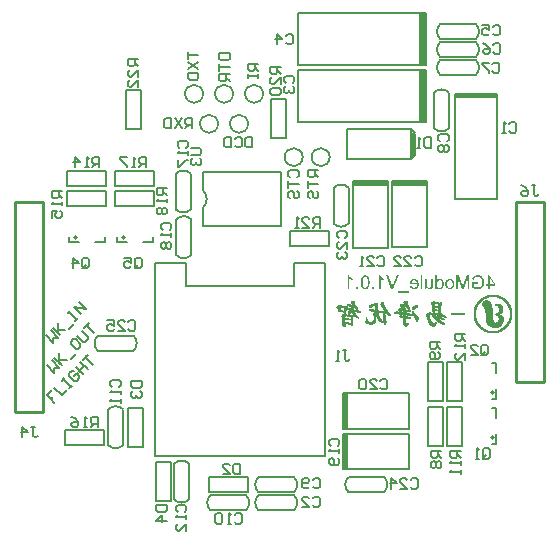
<source format=gbo>
%FSLAX25Y25*%
%MOIN*%
G70*
G01*
G75*
G04 Layer_Color=32896*
%ADD10R,0.03000X0.03500*%
%ADD11R,0.03500X0.03000*%
%ADD12R,0.02362X0.04299*%
%ADD13R,0.08661X0.04134*%
%ADD14R,0.04331X0.03937*%
%ADD15R,0.07874X0.07874*%
%ADD16R,0.02362X0.07874*%
%ADD17R,0.07874X0.02362*%
%ADD18R,0.03937X0.04331*%
%ADD19R,0.04134X0.08661*%
%ADD20R,0.11811X0.04213*%
%ADD21R,0.37008X0.27559*%
%ADD22R,0.01575X0.03937*%
%ADD23R,0.12992X0.07087*%
%ADD24C,0.01000*%
%ADD25C,0.01500*%
%ADD26C,0.02000*%
%ADD27C,0.04000*%
%ADD28C,0.03150*%
%ADD29C,0.07000*%
%ADD30C,0.06000*%
%ADD31R,0.06000X0.06000*%
%ADD32C,0.03150*%
%ADD33C,0.06299*%
%ADD34C,0.02500*%
%ADD35R,0.04299X0.02362*%
%ADD36R,0.04724X0.09843*%
%ADD37R,0.09843X0.04724*%
%ADD38R,0.09449X0.07087*%
%ADD39R,0.09449X0.10236*%
%ADD40R,0.05906X0.06693*%
%ADD41R,0.03150X0.05118*%
%ADD42R,0.04921X0.07874*%
%ADD43R,0.01181X0.04724*%
%ADD44O,0.01181X0.04724*%
%ADD45C,0.04000*%
%ADD46C,0.00500*%
%ADD47C,0.01600*%
%ADD48C,0.00787*%
%ADD49C,0.00800*%
%ADD50C,0.00600*%
%ADD51C,0.00700*%
%ADD52C,0.00100*%
%ADD53R,0.01300X0.11811*%
%ADD54R,0.11811X0.01300*%
%ADD55R,0.13988X0.01000*%
%ADD56R,0.01870X0.17323*%
%ADD57R,0.01181X0.08412*%
G36*
X133542Y86319D02*
X133658Y86306D01*
X133767Y86285D01*
X133870Y86258D01*
X133972Y86217D01*
X134061Y86183D01*
X134143Y86142D01*
X134218Y86101D01*
X134286Y86053D01*
X134341Y86012D01*
X134396Y85978D01*
X134437Y85944D01*
X134471Y85910D01*
X134491Y85889D01*
X134505Y85875D01*
X134512Y85869D01*
X134587Y85780D01*
X134649Y85684D01*
X134703Y85582D01*
X134751Y85479D01*
X134792Y85370D01*
X134826Y85268D01*
X134874Y85063D01*
X134894Y84967D01*
X134908Y84878D01*
X134915Y84796D01*
X134922Y84728D01*
X134929Y84673D01*
Y84626D01*
Y84598D01*
Y84591D01*
X134922Y84448D01*
X134908Y84311D01*
X134888Y84182D01*
X134860Y84066D01*
X134833Y83956D01*
X134799Y83854D01*
X134758Y83765D01*
X134717Y83683D01*
X134683Y83608D01*
X134642Y83540D01*
X134608Y83485D01*
X134573Y83444D01*
X134553Y83410D01*
X134532Y83382D01*
X134519Y83369D01*
X134512Y83362D01*
X134430Y83287D01*
X134341Y83219D01*
X134252Y83157D01*
X134157Y83109D01*
X134068Y83068D01*
X133972Y83034D01*
X133795Y82980D01*
X133706Y82959D01*
X133631Y82945D01*
X133563Y82938D01*
X133501Y82932D01*
X133453Y82925D01*
X133385D01*
X133180Y82938D01*
X133002Y82966D01*
X132838Y83014D01*
X132709Y83061D01*
X132647Y83089D01*
X132599Y83109D01*
X132559Y83137D01*
X132524Y83157D01*
X132490Y83171D01*
X132470Y83184D01*
X132463Y83198D01*
X132456D01*
X132333Y83307D01*
X132224Y83437D01*
X132142Y83567D01*
X132073Y83690D01*
X132019Y83806D01*
X131998Y83854D01*
X131985Y83895D01*
X131971Y83929D01*
X131964Y83956D01*
X131957Y83970D01*
Y83977D01*
X132524Y84052D01*
X132579Y83929D01*
X132634Y83820D01*
X132688Y83731D01*
X132743Y83662D01*
X132791Y83601D01*
X132832Y83567D01*
X132859Y83540D01*
X132866Y83533D01*
X132948Y83478D01*
X133037Y83444D01*
X133125Y83417D01*
X133207Y83396D01*
X133276Y83382D01*
X133330Y83376D01*
X133385D01*
X133528Y83389D01*
X133658Y83417D01*
X133774Y83464D01*
X133877Y83519D01*
X133952Y83567D01*
X134013Y83615D01*
X134047Y83642D01*
X134061Y83656D01*
X134150Y83772D01*
X134225Y83908D01*
X134273Y84045D01*
X134314Y84175D01*
X134341Y84298D01*
X134348Y84346D01*
X134355Y84393D01*
Y84427D01*
X134362Y84462D01*
Y84475D01*
Y84482D01*
X131944D01*
X131937Y84544D01*
Y84591D01*
Y84619D01*
Y84626D01*
X131944Y84776D01*
X131957Y84912D01*
X131978Y85042D01*
X131998Y85158D01*
X132033Y85274D01*
X132067Y85377D01*
X132108Y85466D01*
X132142Y85554D01*
X132183Y85629D01*
X132224Y85691D01*
X132258Y85746D01*
X132285Y85794D01*
X132313Y85828D01*
X132333Y85855D01*
X132347Y85869D01*
X132354Y85875D01*
X132436Y85957D01*
X132518Y86026D01*
X132606Y86087D01*
X132695Y86135D01*
X132784Y86183D01*
X132873Y86217D01*
X133037Y86272D01*
X133118Y86292D01*
X133187Y86306D01*
X133255Y86313D01*
X133310Y86319D01*
X133358Y86326D01*
X133419D01*
X133542Y86319D01*
D02*
G37*
G36*
X145385D02*
X145494Y86313D01*
X145693Y86272D01*
X145870Y86210D01*
X145945Y86176D01*
X146014Y86149D01*
X146082Y86115D01*
X146136Y86080D01*
X146184Y86046D01*
X146225Y86019D01*
X146259Y85998D01*
X146280Y85978D01*
X146294Y85971D01*
X146300Y85964D01*
X146389Y85875D01*
X146464Y85780D01*
X146533Y85677D01*
X146587Y85568D01*
X146635Y85459D01*
X146676Y85350D01*
X146710Y85240D01*
X146738Y85131D01*
X146758Y85028D01*
X146772Y84933D01*
X146785Y84851D01*
X146792Y84776D01*
Y84714D01*
X146799Y84667D01*
Y84639D01*
Y84626D01*
X146792Y84475D01*
X146779Y84332D01*
X146758Y84202D01*
X146731Y84079D01*
X146703Y83970D01*
X146669Y83861D01*
X146628Y83772D01*
X146587Y83683D01*
X146553Y83608D01*
X146512Y83546D01*
X146478Y83492D01*
X146444Y83444D01*
X146423Y83410D01*
X146403Y83382D01*
X146389Y83369D01*
X146382Y83362D01*
X146300Y83287D01*
X146212Y83219D01*
X146123Y83157D01*
X146027Y83109D01*
X145938Y83068D01*
X145843Y83034D01*
X145672Y82980D01*
X145590Y82959D01*
X145515Y82945D01*
X145447Y82938D01*
X145392Y82932D01*
X145344Y82925D01*
X145276D01*
X145119Y82932D01*
X144975Y82959D01*
X144846Y82986D01*
X144729Y83027D01*
X144634Y83061D01*
X144559Y83096D01*
X144532Y83102D01*
X144511Y83116D01*
X144504Y83123D01*
X144497D01*
X144368Y83205D01*
X144258Y83294D01*
X144163Y83382D01*
X144088Y83471D01*
X144026Y83553D01*
X143978Y83615D01*
X143951Y83662D01*
X143944Y83669D01*
Y83676D01*
X143883Y83820D01*
X143835Y83983D01*
X143801Y84147D01*
X143773Y84304D01*
X143766Y84380D01*
X143760Y84448D01*
Y84509D01*
X143753Y84564D01*
Y84605D01*
Y84639D01*
Y84660D01*
Y84667D01*
X143760Y84810D01*
X143773Y84940D01*
X143794Y85070D01*
X143821Y85186D01*
X143855Y85295D01*
X143889Y85391D01*
X143930Y85486D01*
X143965Y85568D01*
X144006Y85636D01*
X144046Y85705D01*
X144081Y85759D01*
X144115Y85800D01*
X144142Y85834D01*
X144163Y85862D01*
X144176Y85875D01*
X144183Y85882D01*
X144265Y85957D01*
X144354Y86026D01*
X144443Y86087D01*
X144532Y86142D01*
X144627Y86183D01*
X144716Y86217D01*
X144887Y86272D01*
X144969Y86292D01*
X145044Y86306D01*
X145105Y86313D01*
X145167Y86319D01*
X145214Y86326D01*
X145276D01*
X145385Y86319D01*
D02*
G37*
G36*
X141048Y85875D02*
X141103Y85944D01*
X141164Y86012D01*
X141233Y86067D01*
X141287Y86108D01*
X141342Y86149D01*
X141383Y86176D01*
X141410Y86190D01*
X141424Y86196D01*
X141513Y86237D01*
X141601Y86272D01*
X141690Y86292D01*
X141765Y86313D01*
X141840Y86319D01*
X141895Y86326D01*
X141943D01*
X142086Y86319D01*
X142223Y86292D01*
X142346Y86258D01*
X142455Y86224D01*
X142544Y86183D01*
X142612Y86149D01*
X142653Y86121D01*
X142660Y86115D01*
X142667D01*
X142783Y86026D01*
X142879Y85930D01*
X142961Y85828D01*
X143029Y85725D01*
X143084Y85636D01*
X143118Y85568D01*
X143131Y85541D01*
X143145Y85520D01*
X143152Y85507D01*
Y85500D01*
X143206Y85350D01*
X143241Y85192D01*
X143268Y85049D01*
X143288Y84912D01*
X143302Y84796D01*
Y84742D01*
X143309Y84701D01*
Y84667D01*
Y84639D01*
Y84626D01*
Y84619D01*
X143302Y84434D01*
X143282Y84270D01*
X143254Y84120D01*
X143220Y83990D01*
X143186Y83881D01*
X143172Y83833D01*
X143159Y83799D01*
X143145Y83772D01*
X143138Y83751D01*
X143131Y83738D01*
Y83731D01*
X143056Y83594D01*
X142981Y83478D01*
X142892Y83376D01*
X142817Y83294D01*
X142742Y83225D01*
X142687Y83178D01*
X142646Y83143D01*
X142640Y83137D01*
X142633D01*
X142510Y83068D01*
X142380Y83014D01*
X142264Y82980D01*
X142148Y82952D01*
X142059Y82938D01*
X141984Y82932D01*
X141956Y82925D01*
X141916D01*
X141806Y82932D01*
X141704Y82945D01*
X141608Y82966D01*
X141519Y83000D01*
X141444Y83034D01*
X141369Y83075D01*
X141301Y83123D01*
X141239Y83164D01*
X141185Y83212D01*
X141137Y83253D01*
X141096Y83294D01*
X141069Y83328D01*
X141041Y83362D01*
X141021Y83382D01*
X141014Y83396D01*
X141007Y83403D01*
Y83000D01*
X140495D01*
Y87487D01*
X141048D01*
Y85875D01*
D02*
G37*
G36*
X114739Y83000D02*
X114111D01*
Y83628D01*
X114739D01*
Y83000D01*
D02*
G37*
G36*
X119964D02*
X119336D01*
Y83628D01*
X119964D01*
Y83000D01*
D02*
G37*
G36*
X136151D02*
X135598D01*
Y87487D01*
X136151D01*
Y83000D01*
D02*
G37*
G36*
X160500Y84578D02*
Y84072D01*
X158553D01*
Y83000D01*
X158000D01*
Y84072D01*
X157392D01*
Y84578D01*
X158000D01*
Y87480D01*
X158451D01*
X160500Y84578D01*
D02*
G37*
G36*
X139634Y84229D02*
Y84106D01*
X139628Y84004D01*
Y83915D01*
X139621Y83840D01*
X139614Y83785D01*
Y83751D01*
X139607Y83724D01*
Y83717D01*
X139586Y83628D01*
X139559Y83553D01*
X139532Y83485D01*
X139498Y83424D01*
X139477Y83376D01*
X139457Y83335D01*
X139443Y83314D01*
X139436Y83307D01*
X139382Y83246D01*
X139327Y83198D01*
X139266Y83150D01*
X139204Y83109D01*
X139149Y83075D01*
X139108Y83055D01*
X139081Y83041D01*
X139067Y83034D01*
X138972Y83000D01*
X138876Y82973D01*
X138787Y82952D01*
X138706Y82938D01*
X138630Y82932D01*
X138576Y82925D01*
X138528D01*
X138412Y82932D01*
X138296Y82945D01*
X138193Y82973D01*
X138091Y83014D01*
X138002Y83055D01*
X137913Y83096D01*
X137838Y83150D01*
X137770Y83198D01*
X137708Y83246D01*
X137654Y83301D01*
X137606Y83341D01*
X137565Y83389D01*
X137538Y83424D01*
X137517Y83451D01*
X137503Y83464D01*
X137497Y83471D01*
Y83000D01*
X137005D01*
Y86251D01*
X137558D01*
Y84503D01*
X137565Y84359D01*
X137572Y84229D01*
X137585Y84120D01*
X137606Y84031D01*
X137626Y83956D01*
X137640Y83908D01*
X137647Y83881D01*
X137654Y83867D01*
X137695Y83792D01*
X137736Y83724D01*
X137790Y83662D01*
X137838Y83615D01*
X137886Y83574D01*
X137927Y83546D01*
X137954Y83526D01*
X137961Y83519D01*
X138043Y83478D01*
X138125Y83451D01*
X138200Y83424D01*
X138268Y83410D01*
X138330Y83403D01*
X138378Y83396D01*
X138419D01*
X138507Y83403D01*
X138589Y83417D01*
X138658Y83437D01*
X138719Y83458D01*
X138767Y83478D01*
X138801Y83499D01*
X138828Y83512D01*
X138835Y83519D01*
X138890Y83567D01*
X138938Y83622D01*
X138979Y83683D01*
X139006Y83738D01*
X139026Y83785D01*
X139040Y83826D01*
X139054Y83854D01*
Y83861D01*
X139061Y83929D01*
X139067Y84018D01*
X139074Y84113D01*
Y84209D01*
X139081Y84298D01*
Y84373D01*
Y84400D01*
Y84421D01*
Y84434D01*
Y84441D01*
Y86251D01*
X139634D01*
Y84229D01*
D02*
G37*
G36*
X131773Y81757D02*
X128126D01*
Y82153D01*
X131773D01*
Y81757D01*
D02*
G37*
G36*
X111652Y87398D02*
X111727Y87289D01*
X111809Y87187D01*
X111891Y87091D01*
X111966Y87016D01*
X112028Y86955D01*
X112068Y86914D01*
X112075Y86907D01*
X112082Y86900D01*
X112212Y86791D01*
X112348Y86688D01*
X112485Y86599D01*
X112608Y86524D01*
X112717Y86463D01*
X112765Y86442D01*
X112806Y86422D01*
X112833Y86401D01*
X112861Y86388D01*
X112874Y86381D01*
X112881D01*
Y85841D01*
X112786Y85882D01*
X112683Y85930D01*
X112588Y85971D01*
X112499Y86019D01*
X112424Y86060D01*
X112362Y86094D01*
X112321Y86121D01*
X112314Y86128D01*
X112308D01*
X112191Y86196D01*
X112089Y86272D01*
X112000Y86333D01*
X111925Y86395D01*
X111864Y86442D01*
X111816Y86476D01*
X111788Y86504D01*
X111782Y86511D01*
Y83000D01*
X111228D01*
Y87508D01*
X111590D01*
X111652Y87398D01*
D02*
G37*
G36*
X122102D02*
X122177Y87289D01*
X122259Y87187D01*
X122341Y87091D01*
X122416Y87016D01*
X122477Y86955D01*
X122518Y86914D01*
X122525Y86907D01*
X122532Y86900D01*
X122662Y86791D01*
X122798Y86688D01*
X122935Y86599D01*
X123058Y86524D01*
X123167Y86463D01*
X123215Y86442D01*
X123256Y86422D01*
X123283Y86401D01*
X123311Y86388D01*
X123324Y86381D01*
X123331D01*
Y85841D01*
X123235Y85882D01*
X123133Y85930D01*
X123037Y85971D01*
X122949Y86019D01*
X122873Y86060D01*
X122812Y86094D01*
X122771Y86121D01*
X122764Y86128D01*
X122757D01*
X122641Y86196D01*
X122539Y86272D01*
X122450Y86333D01*
X122375Y86395D01*
X122313Y86442D01*
X122266Y86476D01*
X122238Y86504D01*
X122231Y86511D01*
Y83000D01*
X121678D01*
Y87508D01*
X122040D01*
X122102Y87398D01*
D02*
G37*
G36*
X117246Y87494D02*
X117403Y87467D01*
X117546Y87426D01*
X117662Y87378D01*
X117758Y87323D01*
X117826Y87282D01*
X117853Y87269D01*
X117874Y87255D01*
X117881Y87241D01*
X117888D01*
X118004Y87132D01*
X118099Y87016D01*
X118181Y86893D01*
X118250Y86770D01*
X118304Y86661D01*
X118325Y86613D01*
X118338Y86572D01*
X118352Y86538D01*
X118366Y86511D01*
X118373Y86497D01*
Y86490D01*
X118400Y86395D01*
X118427Y86299D01*
X118461Y86087D01*
X118489Y85875D01*
X118509Y85671D01*
X118516Y85575D01*
X118523Y85486D01*
Y85411D01*
X118530Y85343D01*
Y85288D01*
Y85247D01*
Y85220D01*
Y85213D01*
X118523Y84987D01*
X118509Y84769D01*
X118489Y84578D01*
X118461Y84393D01*
X118427Y84229D01*
X118393Y84079D01*
X118352Y83943D01*
X118311Y83826D01*
X118270Y83717D01*
X118229Y83628D01*
X118195Y83553D01*
X118161Y83492D01*
X118133Y83444D01*
X118113Y83410D01*
X118099Y83389D01*
X118093Y83382D01*
X118017Y83301D01*
X117942Y83232D01*
X117860Y83171D01*
X117771Y83116D01*
X117690Y83075D01*
X117601Y83034D01*
X117437Y82980D01*
X117362Y82966D01*
X117293Y82952D01*
X117232Y82938D01*
X117177Y82932D01*
X117130Y82925D01*
X117068D01*
X116891Y82938D01*
X116733Y82966D01*
X116597Y83007D01*
X116474Y83055D01*
X116385Y83102D01*
X116310Y83143D01*
X116289Y83164D01*
X116269Y83171D01*
X116262Y83184D01*
X116255D01*
X116139Y83294D01*
X116043Y83417D01*
X115962Y83540D01*
X115893Y83662D01*
X115839Y83772D01*
X115818Y83813D01*
X115798Y83854D01*
X115784Y83888D01*
X115777Y83915D01*
X115770Y83929D01*
Y83936D01*
X115743Y84031D01*
X115716Y84127D01*
X115675Y84339D01*
X115647Y84550D01*
X115627Y84755D01*
X115620Y84851D01*
X115613Y84940D01*
Y85015D01*
X115606Y85083D01*
Y85138D01*
Y85179D01*
Y85206D01*
Y85213D01*
X115613Y85452D01*
Y85554D01*
X115620Y85657D01*
X115627Y85752D01*
X115641Y85841D01*
X115647Y85916D01*
X115654Y85992D01*
X115668Y86053D01*
X115675Y86115D01*
X115682Y86162D01*
X115695Y86196D01*
X115702Y86231D01*
Y86251D01*
X115709Y86265D01*
Y86272D01*
X115750Y86415D01*
X115798Y86545D01*
X115846Y86661D01*
X115886Y86756D01*
X115927Y86832D01*
X115962Y86893D01*
X115982Y86927D01*
X115989Y86941D01*
X116057Y87037D01*
X116132Y87119D01*
X116207Y87194D01*
X116276Y87255D01*
X116344Y87296D01*
X116392Y87330D01*
X116426Y87351D01*
X116440Y87357D01*
X116542Y87405D01*
X116651Y87446D01*
X116761Y87474D01*
X116856Y87487D01*
X116938Y87501D01*
X117007Y87508D01*
X117068D01*
X117246Y87494D01*
D02*
G37*
G36*
X154763Y87549D02*
X154981Y87521D01*
X155186Y87474D01*
X155275Y87446D01*
X155357Y87426D01*
X155432Y87398D01*
X155500Y87371D01*
X155562Y87351D01*
X155610Y87323D01*
X155644Y87310D01*
X155678Y87296D01*
X155692Y87282D01*
X155699D01*
X155794Y87228D01*
X155876Y87166D01*
X156040Y87037D01*
X156170Y86900D01*
X156286Y86763D01*
X156368Y86634D01*
X156402Y86586D01*
X156436Y86538D01*
X156457Y86497D01*
X156470Y86470D01*
X156484Y86449D01*
Y86442D01*
X156573Y86231D01*
X156641Y86012D01*
X156689Y85807D01*
X156723Y85616D01*
X156737Y85534D01*
X156744Y85459D01*
X156750Y85391D01*
Y85329D01*
X156757Y85281D01*
Y85247D01*
Y85227D01*
Y85220D01*
X156744Y84981D01*
X156716Y84755D01*
X156668Y84550D01*
X156648Y84455D01*
X156621Y84373D01*
X156593Y84291D01*
X156573Y84223D01*
X156545Y84161D01*
X156525Y84113D01*
X156511Y84072D01*
X156498Y84045D01*
X156484Y84025D01*
Y84018D01*
X156368Y83833D01*
X156238Y83669D01*
X156108Y83526D01*
X155972Y83410D01*
X155856Y83321D01*
X155808Y83287D01*
X155760Y83259D01*
X155726Y83232D01*
X155692Y83219D01*
X155678Y83212D01*
X155671Y83205D01*
X155466Y83109D01*
X155255Y83041D01*
X155057Y82993D01*
X154865Y82959D01*
X154783Y82945D01*
X154708Y82938D01*
X154640Y82932D01*
X154578D01*
X154531Y82925D01*
X154469D01*
X154291Y82932D01*
X154114Y82952D01*
X153957Y82980D01*
X153813Y83014D01*
X153752Y83027D01*
X153691Y83041D01*
X153643Y83055D01*
X153602Y83068D01*
X153568Y83082D01*
X153540Y83089D01*
X153527Y83096D01*
X153520D01*
X153349Y83171D01*
X153178Y83253D01*
X153028Y83341D01*
X152891Y83424D01*
X152775Y83505D01*
X152727Y83533D01*
X152687Y83567D01*
X152652Y83587D01*
X152632Y83608D01*
X152618Y83615D01*
X152611Y83622D01*
Y85288D01*
X154510D01*
Y84762D01*
X153192D01*
Y83915D01*
X153274Y83854D01*
X153363Y83792D01*
X153451Y83738D01*
X153540Y83690D01*
X153622Y83649D01*
X153691Y83622D01*
X153718Y83608D01*
X153738Y83601D01*
X153745Y83594D01*
X153752D01*
X153889Y83546D01*
X154025Y83512D01*
X154155Y83485D01*
X154264Y83471D01*
X154360Y83458D01*
X154435Y83451D01*
X154503D01*
X154667Y83458D01*
X154824Y83478D01*
X154961Y83512D01*
X155091Y83546D01*
X155193Y83581D01*
X155241Y83601D01*
X155275Y83615D01*
X155302Y83622D01*
X155323Y83635D01*
X155336Y83642D01*
X155343D01*
X155480Y83724D01*
X155603Y83820D01*
X155705Y83922D01*
X155787Y84018D01*
X155849Y84106D01*
X155897Y84175D01*
X155917Y84202D01*
X155931Y84223D01*
X155938Y84236D01*
Y84243D01*
X156006Y84407D01*
X156054Y84571D01*
X156095Y84742D01*
X156115Y84906D01*
X156122Y84974D01*
X156129Y85042D01*
X156136Y85104D01*
Y85151D01*
X156142Y85199D01*
Y85227D01*
Y85247D01*
Y85254D01*
X156136Y85431D01*
X156115Y85602D01*
X156088Y85752D01*
X156054Y85889D01*
X156026Y85998D01*
X156013Y86046D01*
X155999Y86080D01*
X155985Y86115D01*
X155979Y86135D01*
X155972Y86149D01*
Y86155D01*
X155931Y86244D01*
X155890Y86326D01*
X155842Y86401D01*
X155794Y86470D01*
X155753Y86524D01*
X155719Y86565D01*
X155699Y86593D01*
X155692Y86599D01*
X155617Y86674D01*
X155541Y86736D01*
X155459Y86791D01*
X155384Y86839D01*
X155316Y86879D01*
X155261Y86907D01*
X155227Y86920D01*
X155214Y86927D01*
X155097Y86968D01*
X154981Y87002D01*
X154858Y87023D01*
X154749Y87043D01*
X154654Y87050D01*
X154578Y87057D01*
X154510D01*
X154387Y87050D01*
X154271Y87037D01*
X154169Y87016D01*
X154080Y86996D01*
X154005Y86975D01*
X153943Y86955D01*
X153909Y86941D01*
X153895Y86934D01*
X153793Y86886D01*
X153711Y86839D01*
X153636Y86784D01*
X153574Y86736D01*
X153527Y86688D01*
X153492Y86654D01*
X153472Y86627D01*
X153465Y86620D01*
X153410Y86538D01*
X153363Y86449D01*
X153322Y86360D01*
X153287Y86278D01*
X153260Y86196D01*
X153233Y86135D01*
X153226Y86094D01*
X153219Y86087D01*
Y86080D01*
X152680Y86231D01*
X152727Y86395D01*
X152782Y86538D01*
X152837Y86661D01*
X152891Y86763D01*
X152946Y86852D01*
X152987Y86914D01*
X153014Y86948D01*
X153021Y86961D01*
X153110Y87064D01*
X153212Y87146D01*
X153315Y87221D01*
X153417Y87282D01*
X153506Y87337D01*
X153574Y87371D01*
X153602Y87385D01*
X153622Y87392D01*
X153636Y87398D01*
X153643D01*
X153793Y87453D01*
X153943Y87494D01*
X154094Y87521D01*
X154223Y87542D01*
X154339Y87556D01*
X154394D01*
X154435Y87562D01*
X154517D01*
X154763Y87549D01*
D02*
G37*
G36*
X126432Y83000D02*
X125824D01*
X124069Y87487D01*
X124670D01*
X125886Y84229D01*
X125933Y84093D01*
X125981Y83956D01*
X126022Y83833D01*
X126056Y83724D01*
X126084Y83628D01*
X126104Y83553D01*
X126111Y83526D01*
X126118Y83505D01*
X126125Y83499D01*
Y83492D01*
X126200Y83751D01*
X126241Y83874D01*
X126282Y83990D01*
X126316Y84086D01*
X126336Y84161D01*
X126350Y84188D01*
X126357Y84209D01*
X126364Y84223D01*
Y84229D01*
X127525Y87487D01*
X128174D01*
X126432Y83000D01*
D02*
G37*
G36*
X151758D02*
X151184D01*
Y86818D01*
X149893Y83000D01*
X149360D01*
X148049Y86756D01*
Y83000D01*
X147475D01*
Y87487D01*
X148281D01*
X149353Y84366D01*
X149408Y84195D01*
X149463Y84052D01*
X149504Y83929D01*
X149531Y83826D01*
X149558Y83751D01*
X149579Y83697D01*
X149586Y83662D01*
X149592Y83649D01*
X149620Y83738D01*
X149654Y83847D01*
X149688Y83956D01*
X149722Y84066D01*
X149756Y84161D01*
X149784Y84236D01*
X149791Y84270D01*
X149797Y84291D01*
X149804Y84304D01*
Y84311D01*
X150870Y87487D01*
X151758D01*
Y83000D01*
D02*
G37*
%LPC*%
G36*
X158553Y86586D02*
Y84578D01*
X159960D01*
X158553Y86586D01*
D02*
G37*
G36*
X133446Y85875D02*
X133412D01*
X133337Y85869D01*
X133262Y85862D01*
X133132Y85828D01*
X133016Y85773D01*
X132914Y85711D01*
X132838Y85650D01*
X132777Y85602D01*
X132743Y85561D01*
X132729Y85554D01*
Y85548D01*
X132668Y85466D01*
X132627Y85363D01*
X132586Y85261D01*
X132559Y85165D01*
X132538Y85076D01*
X132524Y85001D01*
Y84974D01*
X132518Y84953D01*
Y84940D01*
Y84933D01*
X134334D01*
X134314Y85083D01*
X134280Y85220D01*
X134232Y85336D01*
X134184Y85431D01*
X134136Y85513D01*
X134095Y85568D01*
X134068Y85602D01*
X134054Y85616D01*
X133952Y85705D01*
X133843Y85766D01*
X133740Y85814D01*
X133638Y85841D01*
X133549Y85862D01*
X133474Y85869D01*
X133446Y85875D01*
D02*
G37*
G36*
X145317Y85869D02*
X145201D01*
X145133Y85855D01*
X145003Y85821D01*
X144887Y85766D01*
X144784Y85711D01*
X144709Y85657D01*
X144648Y85602D01*
X144613Y85568D01*
X144600Y85561D01*
Y85554D01*
X144504Y85425D01*
X144436Y85281D01*
X144388Y85124D01*
X144354Y84981D01*
X144333Y84844D01*
X144327Y84790D01*
Y84742D01*
X144320Y84694D01*
Y84667D01*
Y84646D01*
Y84639D01*
Y84523D01*
X144333Y84414D01*
X144347Y84311D01*
X144361Y84223D01*
X144381Y84134D01*
X144409Y84052D01*
X144429Y83983D01*
X144456Y83922D01*
X144484Y83867D01*
X144504Y83820D01*
X144532Y83779D01*
X144552Y83745D01*
X144566Y83717D01*
X144579Y83697D01*
X144593Y83690D01*
Y83683D01*
X144648Y83628D01*
X144702Y83581D01*
X144811Y83505D01*
X144928Y83451D01*
X145037Y83417D01*
X145133Y83389D01*
X145208Y83382D01*
X145235Y83376D01*
X145276D01*
X145351Y83382D01*
X145426Y83389D01*
X145556Y83424D01*
X145679Y83471D01*
X145774Y83533D01*
X145856Y83587D01*
X145918Y83635D01*
X145952Y83669D01*
X145966Y83683D01*
X146014Y83745D01*
X146054Y83813D01*
X146123Y83963D01*
X146164Y84120D01*
X146198Y84270D01*
X146219Y84407D01*
X146225Y84468D01*
Y84516D01*
X146232Y84557D01*
Y84591D01*
Y84612D01*
Y84619D01*
Y84735D01*
X146219Y84837D01*
X146205Y84940D01*
X146191Y85028D01*
X146171Y85117D01*
X146150Y85192D01*
X146123Y85261D01*
X146096Y85322D01*
X146075Y85377D01*
X146048Y85425D01*
X146027Y85466D01*
X146007Y85500D01*
X145993Y85520D01*
X145979Y85541D01*
X145966Y85554D01*
X145911Y85609D01*
X145856Y85657D01*
X145740Y85739D01*
X145624Y85794D01*
X145515Y85828D01*
X145419Y85855D01*
X145344Y85862D01*
X145317Y85869D01*
D02*
G37*
G36*
X117109Y87050D02*
X117075D01*
X117007Y87043D01*
X116938Y87037D01*
X116815Y86996D01*
X116706Y86934D01*
X116610Y86866D01*
X116535Y86797D01*
X116481Y86736D01*
X116446Y86695D01*
X116433Y86688D01*
Y86681D01*
X116385Y86606D01*
X116344Y86517D01*
X116310Y86415D01*
X116283Y86299D01*
X116235Y86060D01*
X116207Y85814D01*
X116194Y85691D01*
X116187Y85582D01*
X116180Y85479D01*
Y85391D01*
X116173Y85315D01*
Y85261D01*
Y85227D01*
Y85213D01*
Y85015D01*
X116187Y84830D01*
X116194Y84667D01*
X116214Y84516D01*
X116235Y84380D01*
X116255Y84257D01*
X116276Y84154D01*
X116303Y84059D01*
X116330Y83983D01*
X116351Y83915D01*
X116371Y83854D01*
X116392Y83813D01*
X116405Y83779D01*
X116419Y83758D01*
X116433Y83745D01*
Y83738D01*
X116481Y83676D01*
X116535Y83622D01*
X116590Y83567D01*
X116645Y83526D01*
X116747Y83464D01*
X116850Y83424D01*
X116938Y83396D01*
X117007Y83382D01*
X117034Y83376D01*
X117068D01*
X117136Y83382D01*
X117205Y83389D01*
X117328Y83430D01*
X117437Y83492D01*
X117533Y83560D01*
X117608Y83622D01*
X117662Y83683D01*
X117696Y83724D01*
X117710Y83731D01*
Y83738D01*
X117751Y83813D01*
X117792Y83908D01*
X117826Y84011D01*
X117853Y84120D01*
X117901Y84366D01*
X117929Y84612D01*
X117942Y84728D01*
X117949Y84844D01*
X117956Y84947D01*
Y85035D01*
X117963Y85110D01*
Y85165D01*
Y85199D01*
Y85213D01*
Y85411D01*
X117949Y85595D01*
X117935Y85759D01*
X117922Y85910D01*
X117894Y86053D01*
X117874Y86176D01*
X117847Y86285D01*
X117819Y86381D01*
X117799Y86463D01*
X117771Y86538D01*
X117744Y86593D01*
X117724Y86640D01*
X117710Y86674D01*
X117696Y86702D01*
X117683Y86716D01*
Y86722D01*
X117642Y86777D01*
X117594Y86832D01*
X117491Y86914D01*
X117389Y86968D01*
X117293Y87009D01*
X117205Y87037D01*
X117136Y87043D01*
X117109Y87050D01*
D02*
G37*
G36*
X141922Y85869D02*
X141820D01*
X141752Y85855D01*
X141629Y85821D01*
X141519Y85766D01*
X141431Y85711D01*
X141356Y85657D01*
X141301Y85602D01*
X141267Y85568D01*
X141253Y85561D01*
Y85554D01*
X141205Y85493D01*
X141164Y85425D01*
X141103Y85268D01*
X141055Y85104D01*
X141028Y84947D01*
X141007Y84796D01*
X141000Y84735D01*
Y84680D01*
X140993Y84632D01*
Y84598D01*
Y84578D01*
Y84571D01*
Y84462D01*
X141007Y84359D01*
X141014Y84263D01*
X141034Y84175D01*
X141055Y84093D01*
X141076Y84018D01*
X141096Y83949D01*
X141116Y83895D01*
X141144Y83840D01*
X141164Y83792D01*
X141185Y83758D01*
X141205Y83724D01*
X141226Y83704D01*
X141233Y83683D01*
X141246Y83676D01*
Y83669D01*
X141294Y83615D01*
X141342Y83574D01*
X141451Y83499D01*
X141554Y83451D01*
X141649Y83410D01*
X141731Y83389D01*
X141799Y83382D01*
X141827Y83376D01*
X141861D01*
X141929Y83382D01*
X141991Y83389D01*
X142114Y83424D01*
X142216Y83471D01*
X142305Y83533D01*
X142380Y83587D01*
X142435Y83635D01*
X142469Y83669D01*
X142482Y83683D01*
X142530Y83745D01*
X142571Y83813D01*
X142633Y83956D01*
X142681Y84113D01*
X142708Y84263D01*
X142728Y84407D01*
X142735Y84462D01*
Y84516D01*
X142742Y84557D01*
Y84591D01*
Y84612D01*
Y84619D01*
Y84735D01*
X142728Y84844D01*
X142721Y84947D01*
X142701Y85042D01*
X142687Y85124D01*
X142667Y85206D01*
X142640Y85274D01*
X142619Y85336D01*
X142599Y85391D01*
X142571Y85438D01*
X142551Y85479D01*
X142537Y85513D01*
X142517Y85534D01*
X142510Y85554D01*
X142496Y85568D01*
X142448Y85623D01*
X142401Y85671D01*
X142298Y85739D01*
X142196Y85794D01*
X142100Y85834D01*
X142018Y85855D01*
X141950Y85862D01*
X141922Y85869D01*
D02*
G37*
%LPD*%
D24*
X176724Y52000D02*
Y112000D01*
X167276Y52000D02*
X176724D01*
X167276D02*
Y112000D01*
X176724D01*
X276D02*
X9724D01*
X276Y42000D02*
Y112000D01*
Y42000D02*
X9724D01*
Y112000D01*
D46*
X160043Y48500D02*
G03*
X160043Y48500I-500J0D01*
G01*
Y33500D02*
G03*
X160043Y33500I-500J0D01*
G01*
X39865Y62391D02*
G03*
X39865Y67341I-2475J2475D01*
G01*
X27915D02*
G03*
X27915Y62391I2475J-2475D01*
G01*
X21063Y100024D02*
G03*
X21063Y100024I-500J0D01*
G01*
X37063Y100024D02*
G03*
X37063Y100024I-500J0D01*
G01*
X123384Y15309D02*
G03*
X123384Y20258I-2475J2475D01*
G01*
X111435D02*
G03*
X111435Y15309I2475J-2475D01*
G01*
X106588Y104765D02*
G03*
X111538Y104765I2475J2475D01*
G01*
Y116715D02*
G03*
X106588Y116715I-2475J-2475D01*
G01*
X53415Y12765D02*
G03*
X58365Y12765I2475J2475D01*
G01*
Y24715D02*
G03*
X53415Y24715I-2475J-2475D01*
G01*
X36365Y42849D02*
G03*
X31415Y42849I-2475J-2475D01*
G01*
Y30899D02*
G03*
X36365Y30899I2475J2475D01*
G01*
X77365Y9265D02*
G03*
X77365Y14215I-2475J2475D01*
G01*
X65415D02*
G03*
X65415Y9265I2475J-2475D01*
G01*
X81415Y20215D02*
G03*
X81415Y15265I2475J-2475D01*
G01*
X93365D02*
G03*
X93365Y20215I-2475J2475D01*
G01*
X81415Y14215D02*
G03*
X81415Y9265I2475J-2475D01*
G01*
X93365D02*
G03*
X93365Y14215I-2475J2475D01*
G01*
X54112Y94265D02*
G03*
X59061Y94265I2475J2475D01*
G01*
Y106215D02*
G03*
X54112Y106215I-2475J-2475D01*
G01*
X140025Y136525D02*
G03*
X144975Y136525I2475J2475D01*
G01*
Y148475D02*
G03*
X140025Y148475I-2475J-2475D01*
G01*
X142025Y159294D02*
G03*
X142025Y154344I2475J-2475D01*
G01*
X153975D02*
G03*
X153975Y159294I-2475J2475D01*
G01*
X142025Y171294D02*
G03*
X142025Y166344I2475J-2475D01*
G01*
X153975D02*
G03*
X153975Y171294I-2475J2475D01*
G01*
X142025Y165294D02*
G03*
X142025Y160344I2475J-2475D01*
G01*
X153975D02*
G03*
X153975Y165294I-2475J2475D01*
G01*
X58865Y121412D02*
G03*
X53915Y121412I-2475J-2475D01*
G01*
Y109462D02*
G03*
X58865Y109462I2475J2475D01*
G01*
X160799Y54852D02*
Y58146D01*
X159224D02*
X160799D01*
Y46335D02*
Y49628D01*
X159224Y46335D02*
X160799D01*
X144500Y45500D02*
Y58500D01*
X149500Y45500D02*
Y58500D01*
X144500Y45500D02*
X149500D01*
X144500Y58500D02*
X149500D01*
X143000Y45500D02*
Y58500D01*
X138000Y45500D02*
Y58500D01*
X143000D01*
X138000Y45500D02*
X143000D01*
X16890Y30874D02*
Y35874D01*
X29890Y30874D02*
Y35874D01*
X16890D02*
X29890D01*
X16890Y30874D02*
X29890D01*
X143000Y30500D02*
Y43500D01*
X138000Y30500D02*
Y43500D01*
X143000D01*
X138000Y30500D02*
X143000D01*
X160799Y39852D02*
Y43146D01*
X159224D02*
X160799D01*
Y31335D02*
Y34628D01*
X159224Y31335D02*
X160799D01*
X144500Y30500D02*
Y43500D01*
X149500Y30500D02*
Y43500D01*
X144500Y30500D02*
X149500D01*
X144500Y43500D02*
X149500D01*
X27990Y62366D02*
X39790D01*
X27990Y67366D02*
X39790D01*
X26915Y98768D02*
X30209D01*
Y100343D01*
X18398Y98768D02*
X21691D01*
X18398D02*
Y100343D01*
X17563Y115740D02*
X30563D01*
X17563Y110740D02*
X30563D01*
X17563D02*
Y115740D01*
X30563Y110740D02*
Y115740D01*
X17563Y117240D02*
X30563D01*
X17563Y122240D02*
X30563D01*
Y117240D02*
Y122240D01*
X17563Y117240D02*
Y122240D01*
X42915Y98768D02*
X46209D01*
Y100343D01*
X34398Y98768D02*
X37691D01*
X34398D02*
Y100343D01*
X33563Y117240D02*
X46563D01*
X33563Y122240D02*
X46563D01*
Y117240D02*
Y122240D01*
X33563Y117240D02*
Y122240D01*
Y115740D02*
X46563D01*
X33563Y110740D02*
X46563D01*
X33563D02*
Y115740D01*
X46563Y110740D02*
Y115740D01*
X111510Y15283D02*
X123310D01*
X111510Y20283D02*
X123310D01*
X106563Y104840D02*
Y116640D01*
X111563Y104840D02*
Y116640D01*
X47390Y12240D02*
Y25240D01*
X52390Y12240D02*
Y25240D01*
X47390Y12240D02*
X52390D01*
X47390Y25240D02*
X52390D01*
X42890Y30374D02*
Y43374D01*
X37890Y30374D02*
Y43374D01*
X42890D01*
X37890Y30374D02*
X42890D01*
X53390Y12840D02*
Y24640D01*
X58390Y12840D02*
Y24640D01*
X36390Y30974D02*
Y42774D01*
X31390Y30974D02*
Y42774D01*
X65490Y9240D02*
X77290D01*
X65490Y14240D02*
X77290D01*
X64890Y15240D02*
X77890D01*
X64890Y20240D02*
X77890D01*
Y15240D02*
Y20240D01*
X64890Y15240D02*
Y20240D01*
X81490D02*
X93290D01*
X81490Y15240D02*
X93290D01*
X81490Y14240D02*
X93290D01*
X81490Y9240D02*
X93290D01*
X92087Y97240D02*
X105087D01*
X92087Y102240D02*
X105087D01*
Y97240D02*
Y102240D01*
X92087Y97240D02*
Y102240D01*
X54087Y94340D02*
Y106140D01*
X59087Y94340D02*
Y106140D01*
X140000Y136600D02*
Y148400D01*
X145000Y136600D02*
Y148400D01*
X161000Y147000D02*
Y148000D01*
X147000Y147000D02*
Y148000D01*
X161000Y139000D02*
Y143000D01*
X147000Y147000D02*
X160988D01*
X147000Y113000D02*
Y147000D01*
Y113000D02*
X161000D01*
Y147000D01*
X147000Y148000D02*
X161000D01*
X94609Y155902D02*
X135329D01*
X94609Y138579D02*
X135329D01*
Y155902D01*
X94609Y138579D02*
Y155902D01*
X137199Y138579D02*
Y155902D01*
X135329Y138579D02*
X137199D01*
X135329Y155902D02*
X137199D01*
X94609Y174902D02*
X135329D01*
X94609Y157579D02*
X135329D01*
Y174902D01*
X94609Y157579D02*
Y174902D01*
X137199Y157579D02*
Y174902D01*
X135329Y157579D02*
X137199D01*
X135329Y174902D02*
X137199D01*
X37390Y136240D02*
X42390D01*
X37390Y149240D02*
X42390D01*
X37390Y136240D02*
Y149240D01*
X42390Y136240D02*
Y149240D01*
X142100Y159319D02*
X153900D01*
X142100Y154319D02*
X153900D01*
X142100Y171319D02*
X153900D01*
X142100Y166319D02*
X153900D01*
X142100Y165319D02*
X153900D01*
X142100Y160319D02*
X153900D01*
X85508Y133366D02*
Y146366D01*
X90508Y133366D02*
Y146366D01*
X85508Y133366D02*
X90508D01*
X85508Y146366D02*
X90508D01*
X58890Y109537D02*
Y121337D01*
X53890Y109537D02*
Y121337D01*
D48*
X63012Y110012D02*
G03*
X63012Y115917I-2953J2953D01*
G01*
X68011Y138000D02*
G03*
X68011Y138000I-3000J0D01*
G01*
X83011Y148000D02*
G03*
X83011Y148000I-3000J0D01*
G01*
X96235Y126894D02*
G03*
X96235Y126894I-3000J0D01*
G01*
X73011Y148000D02*
G03*
X73011Y148000I-3000J0D01*
G01*
X78011Y138000D02*
G03*
X78011Y138000I-3000J0D01*
G01*
X63011Y148000D02*
G03*
X63011Y148000I-3000J0D01*
G01*
X105235Y126894D02*
G03*
X105235Y126894I-3000J0D01*
G01*
X63012Y104106D02*
X88996D01*
X63012Y121823D02*
X88996D01*
Y104106D02*
Y121823D01*
X63012Y115917D02*
Y121823D01*
Y104106D02*
Y110012D01*
D49*
X47039Y27362D02*
X103732D01*
X57276Y84055D02*
Y91732D01*
X47039D02*
X57276D01*
Y84055D02*
X93496D01*
Y91732D01*
X103732D01*
Y27362D02*
Y91732D01*
X47039Y27362D02*
Y91732D01*
X132253Y126319D02*
X133674Y127740D01*
X132253Y136161D02*
X133614Y134800D01*
X132193Y136161D02*
X132253D01*
X133614Y133800D02*
Y134740D01*
X130063Y126319D02*
X132253D01*
X133674Y127740D02*
Y134740D01*
X132193Y126319D02*
Y136161D01*
X110933Y126319D02*
Y136140D01*
Y136161D02*
X132193D01*
X110933Y126319D02*
X132193D01*
D50*
X109590Y48146D02*
X131690D01*
Y36335D02*
Y48146D01*
X109590Y36335D02*
X131690D01*
X110990D02*
Y48146D01*
X109590Y36335D02*
Y48146D01*
X124669Y96783D02*
Y118883D01*
X112858Y96783D02*
X124669D01*
X112858D02*
Y118883D01*
Y117483D02*
X124669D01*
X112858Y118883D02*
X124669D01*
X137795Y96840D02*
Y118940D01*
X125984Y96840D02*
X137795D01*
X125984D02*
Y118940D01*
Y117540D02*
X137795D01*
X125984Y118940D02*
X137795D01*
X109590Y22835D02*
Y34646D01*
X110990Y22835D02*
Y34646D01*
X109590Y22835D02*
X131690D01*
Y34646D01*
X109590D02*
X131690D01*
X89000Y157000D02*
X85501D01*
Y155251D01*
X86084Y154667D01*
X87251D01*
X87834Y155251D01*
Y157000D01*
Y155834D02*
X89000Y154667D01*
Y151169D02*
Y153501D01*
X86667Y151169D01*
X86084D01*
X85501Y151752D01*
Y152918D01*
X86084Y153501D01*
Y150002D02*
X85501Y149419D01*
Y148253D01*
X86084Y147670D01*
X88417D01*
X89000Y148253D01*
Y149419D01*
X88417Y150002D01*
X86084D01*
X172667Y117499D02*
X173834D01*
X173251D01*
Y114583D01*
X173834Y114000D01*
X174417D01*
X175000Y114583D01*
X169169Y117499D02*
X170335Y116916D01*
X171501Y115749D01*
Y114583D01*
X170918Y114000D01*
X169752D01*
X169169Y114583D01*
Y115166D01*
X169752Y115749D01*
X171501D01*
X5675Y36999D02*
X6842D01*
X6258D01*
Y34083D01*
X6842Y33500D01*
X7425D01*
X8008Y34083D01*
X2760Y33500D02*
Y36999D01*
X4509Y35249D01*
X2176D01*
X55124Y130061D02*
X54540Y130644D01*
Y131811D01*
X55124Y132394D01*
X57456D01*
X58039Y131811D01*
Y130644D01*
X57456Y130061D01*
X58039Y128895D02*
Y127728D01*
Y128312D01*
X54540D01*
X55124Y128895D01*
X54540Y125979D02*
Y123646D01*
X55124D01*
X57456Y125979D01*
X58039D01*
X41439Y159494D02*
X37940D01*
Y157744D01*
X38524Y157161D01*
X39690D01*
X40273Y157744D01*
Y159494D01*
Y158327D02*
X41439Y157161D01*
Y153662D02*
Y155995D01*
X39107Y153662D01*
X38524D01*
X37940Y154245D01*
Y155412D01*
X38524Y155995D01*
X41439Y150163D02*
Y152496D01*
X39107Y150163D01*
X38524D01*
X37940Y150747D01*
Y151913D01*
X38524Y152496D01*
X139000Y133499D02*
Y130000D01*
X137251D01*
X136667Y130583D01*
Y132916D01*
X137251Y133499D01*
X139000D01*
X135501Y130000D02*
X134335D01*
X134918D01*
Y133499D01*
X135501Y132916D01*
X159467Y157828D02*
X160051Y158411D01*
X161217D01*
X161800Y157828D01*
Y155495D01*
X161217Y154912D01*
X160051D01*
X159467Y155495D01*
X158301Y158411D02*
X155969D01*
Y157828D01*
X158301Y155495D01*
Y154912D01*
X159767Y164228D02*
X160351Y164811D01*
X161517D01*
X162100Y164228D01*
Y161895D01*
X161517Y161312D01*
X160351D01*
X159767Y161895D01*
X156269Y164811D02*
X157435Y164228D01*
X158601Y163061D01*
Y161895D01*
X158018Y161312D01*
X156852D01*
X156269Y161895D01*
Y162478D01*
X156852Y163061D01*
X158601D01*
X159667Y170416D02*
X160251Y170999D01*
X161417D01*
X162000Y170416D01*
Y168083D01*
X161417Y167500D01*
X160251D01*
X159667Y168083D01*
X156169Y170999D02*
X158501D01*
Y169249D01*
X157335Y169833D01*
X156752D01*
X156169Y169249D01*
Y168083D01*
X156752Y167500D01*
X157918D01*
X158501Y168083D01*
X59001Y130000D02*
X61917D01*
X62500Y129417D01*
Y128251D01*
X61917Y127667D01*
X59001D01*
X59584Y126501D02*
X59001Y125918D01*
Y124752D01*
X59584Y124169D01*
X60167D01*
X60751Y124752D01*
Y125335D01*
Y124752D01*
X61334Y124169D01*
X61917D01*
X62500Y124752D01*
Y125918D01*
X61917Y126501D01*
X101987Y103440D02*
Y106939D01*
X100237D01*
X99654Y106356D01*
Y105190D01*
X100237Y104606D01*
X101987D01*
X100820D02*
X99654Y103440D01*
X96155D02*
X98488D01*
X96155Y105773D01*
Y106356D01*
X96738Y106939D01*
X97905D01*
X98488Y106356D01*
X94989Y103440D02*
X93823D01*
X94406D01*
Y106939D01*
X94989Y106356D01*
X51003Y116535D02*
X47504D01*
Y114786D01*
X48087Y114202D01*
X49253D01*
X49837Y114786D01*
Y116535D01*
Y115369D02*
X51003Y114202D01*
Y113036D02*
Y111870D01*
Y112453D01*
X47504D01*
X48087Y113036D01*
Y110120D02*
X47504Y109537D01*
Y108371D01*
X48087Y107788D01*
X48670D01*
X49253Y108371D01*
X49837Y107788D01*
X50420D01*
X51003Y108371D01*
Y109537D01*
X50420Y110120D01*
X49837D01*
X49253Y109537D01*
X48670Y110120D01*
X48087D01*
X49253Y109537D02*
Y108371D01*
X44000Y123500D02*
Y126999D01*
X42251D01*
X41667Y126416D01*
Y125249D01*
X42251Y124666D01*
X44000D01*
X42834D02*
X41667Y123500D01*
X40501D02*
X39335D01*
X39918D01*
Y126999D01*
X40501Y126416D01*
X37585Y126999D02*
X35253D01*
Y126416D01*
X37585Y124083D01*
Y123500D01*
X27890Y36874D02*
Y40373D01*
X26140D01*
X25557Y39790D01*
Y38623D01*
X26140Y38040D01*
X27890D01*
X26724D02*
X25557Y36874D01*
X24391D02*
X23225D01*
X23808D01*
Y40373D01*
X24391Y39790D01*
X19143Y40373D02*
X20309Y39790D01*
X21475Y38623D01*
Y37457D01*
X20892Y36874D01*
X19726D01*
X19143Y37457D01*
Y38040D01*
X19726Y38623D01*
X21475D01*
X16063Y115500D02*
X12564D01*
Y113751D01*
X13147Y113167D01*
X14314D01*
X14897Y113751D01*
Y115500D01*
Y114334D02*
X16063Y113167D01*
Y112001D02*
Y110835D01*
Y111418D01*
X12564D01*
X13147Y112001D01*
X12564Y106753D02*
Y109085D01*
X14314D01*
X13730Y107919D01*
Y107336D01*
X14314Y106753D01*
X15480D01*
X16063Y107336D01*
Y108502D01*
X15480Y109085D01*
X28500Y123500D02*
Y126999D01*
X26751D01*
X26167Y126416D01*
Y125249D01*
X26751Y124666D01*
X28500D01*
X27334D02*
X26167Y123500D01*
X25001D02*
X23835D01*
X24418D01*
Y126999D01*
X25001Y126416D01*
X20336Y123500D02*
Y126999D01*
X22085Y125249D01*
X19753D01*
X40207Y90477D02*
Y92809D01*
X40790Y93393D01*
X41956D01*
X42539Y92809D01*
Y90477D01*
X41956Y89894D01*
X40790D01*
X41373Y91060D02*
X40207Y89894D01*
X40790D02*
X40207Y90477D01*
X36708Y93393D02*
X39040D01*
Y91643D01*
X37874Y92226D01*
X37291D01*
X36708Y91643D01*
Y90477D01*
X37291Y89894D01*
X38457D01*
X39040Y90477D01*
X22707D02*
Y92809D01*
X23290Y93393D01*
X24456D01*
X25039Y92809D01*
Y90477D01*
X24456Y89894D01*
X23290D01*
X23873Y91060D02*
X22707Y89894D01*
X23290D02*
X22707Y90477D01*
X19791Y89894D02*
Y93393D01*
X21541Y91643D01*
X19208D01*
X109667Y62499D02*
X110834D01*
X110251D01*
Y59583D01*
X110834Y59000D01*
X111417D01*
X112000Y59583D01*
X108501Y59000D02*
X107335D01*
X107918D01*
Y62499D01*
X108501Y61916D01*
X47501Y11000D02*
X51000D01*
Y9251D01*
X50417Y8667D01*
X48084D01*
X47501Y9251D01*
Y11000D01*
X51000Y5752D02*
X47501D01*
X49251Y7501D01*
Y5169D01*
X39040Y52394D02*
X42539D01*
Y50644D01*
X41956Y50061D01*
X39624D01*
X39040Y50644D01*
Y52394D01*
X39624Y48895D02*
X39040Y48312D01*
Y47145D01*
X39624Y46562D01*
X40207D01*
X40790Y47145D01*
Y47729D01*
Y47145D01*
X41373Y46562D01*
X41956D01*
X42539Y47145D01*
Y48312D01*
X41956Y48895D01*
X75390Y24739D02*
Y21240D01*
X73640D01*
X73057Y21823D01*
Y24156D01*
X73640Y24739D01*
X75390D01*
X69558Y21240D02*
X71891D01*
X69558Y23573D01*
Y24156D01*
X70142Y24739D01*
X71308D01*
X71891Y24156D01*
X132207Y19309D02*
X132790Y19893D01*
X133956D01*
X134539Y19309D01*
Y16977D01*
X133956Y16394D01*
X132790D01*
X132207Y16977D01*
X128708Y16394D02*
X131041D01*
X128708Y18726D01*
Y19309D01*
X129291Y19893D01*
X130457D01*
X131041Y19309D01*
X125792Y16394D02*
Y19893D01*
X127542Y18143D01*
X125209D01*
X108171Y99908D02*
X107588Y100491D01*
Y101657D01*
X108171Y102240D01*
X110503D01*
X111087Y101657D01*
Y100491D01*
X110503Y99908D01*
X111087Y96409D02*
Y98741D01*
X108754Y96409D01*
X108171D01*
X107588Y96992D01*
Y98158D01*
X108171Y98741D01*
Y95242D02*
X107588Y94659D01*
Y93493D01*
X108171Y92910D01*
X108754D01*
X109337Y93493D01*
Y94076D01*
Y93493D01*
X109920Y92910D01*
X110503D01*
X111087Y93493D01*
Y94659D01*
X110503Y95242D01*
X133667Y93416D02*
X134251Y93999D01*
X135417D01*
X136000Y93416D01*
Y91083D01*
X135417Y90500D01*
X134251D01*
X133667Y91083D01*
X130169Y90500D02*
X132501D01*
X130169Y92833D01*
Y93416D01*
X130752Y93999D01*
X131918D01*
X132501Y93416D01*
X126670Y90500D02*
X129002D01*
X126670Y92833D01*
Y93416D01*
X127253Y93999D01*
X128419D01*
X129002Y93416D01*
X121167Y93428D02*
X121751Y94011D01*
X122917D01*
X123500Y93428D01*
Y91095D01*
X122917Y90512D01*
X121751D01*
X121167Y91095D01*
X117669Y90512D02*
X120001D01*
X117669Y92844D01*
Y93428D01*
X118252Y94011D01*
X119418D01*
X120001Y93428D01*
X116502Y90512D02*
X115336D01*
X115919D01*
Y94011D01*
X116502Y93428D01*
X122167Y52416D02*
X122751Y52999D01*
X123917D01*
X124500Y52416D01*
Y50083D01*
X123917Y49500D01*
X122751D01*
X122167Y50083D01*
X118669Y49500D02*
X121001D01*
X118669Y51833D01*
Y52416D01*
X119252Y52999D01*
X120418D01*
X121001Y52416D01*
X117502D02*
X116919Y52999D01*
X115753D01*
X115170Y52416D01*
Y50083D01*
X115753Y49500D01*
X116919D01*
X117502Y50083D01*
Y52416D01*
X105584Y30667D02*
X105001Y31251D01*
Y32417D01*
X105584Y33000D01*
X107917D01*
X108500Y32417D01*
Y31251D01*
X107917Y30667D01*
X108500Y29501D02*
Y28335D01*
Y28918D01*
X105001D01*
X105584Y29501D01*
X107917Y26585D02*
X108500Y26002D01*
Y24836D01*
X107917Y24253D01*
X105584D01*
X105001Y24836D01*
Y26002D01*
X105584Y26585D01*
X106167D01*
X106751Y26002D01*
Y24253D01*
X49584Y102667D02*
X49001Y103251D01*
Y104417D01*
X49584Y105000D01*
X51917D01*
X52500Y104417D01*
Y103251D01*
X51917Y102667D01*
X52500Y101501D02*
Y100335D01*
Y100918D01*
X49001D01*
X49584Y101501D01*
Y98585D02*
X49001Y98002D01*
Y96836D01*
X49584Y96253D01*
X50167D01*
X50751Y96836D01*
X51334Y96253D01*
X51917D01*
X52500Y96836D01*
Y98002D01*
X51917Y98585D01*
X51334D01*
X50751Y98002D01*
X50167Y98585D01*
X49584D01*
X50751Y98002D02*
Y96836D01*
X54584Y8667D02*
X54001Y9251D01*
Y10417D01*
X54584Y11000D01*
X56917D01*
X57500Y10417D01*
Y9251D01*
X56917Y8667D01*
X57500Y7501D02*
Y6335D01*
Y6918D01*
X54001D01*
X54584Y7501D01*
X57500Y2253D02*
Y4585D01*
X55167Y2253D01*
X54584D01*
X54001Y2836D01*
Y4002D01*
X54584Y4585D01*
X32749Y50231D02*
X32166Y50814D01*
Y51980D01*
X32749Y52564D01*
X35082D01*
X35665Y51980D01*
Y50814D01*
X35082Y50231D01*
X35665Y49065D02*
Y47898D01*
Y48482D01*
X32166D01*
X32749Y49065D01*
X35665Y46149D02*
Y44983D01*
Y45566D01*
X32166D01*
X32749Y46149D01*
X73557Y7656D02*
X74140Y8239D01*
X75307D01*
X75890Y7656D01*
Y5323D01*
X75307Y4740D01*
X74140D01*
X73557Y5323D01*
X72391Y4740D02*
X71225D01*
X71808D01*
Y8239D01*
X72391Y7656D01*
X69475D02*
X68892Y8239D01*
X67726D01*
X67143Y7656D01*
Y5323D01*
X67726Y4740D01*
X68892D01*
X69475Y5323D01*
Y7656D01*
X99667Y19416D02*
X100251Y19999D01*
X101417D01*
X102000Y19416D01*
Y17083D01*
X101417Y16500D01*
X100251D01*
X99667Y17083D01*
X98501D02*
X97918Y16500D01*
X96752D01*
X96169Y17083D01*
Y19416D01*
X96752Y19999D01*
X97918D01*
X98501Y19416D01*
Y18833D01*
X97918Y18249D01*
X96169D01*
X142084Y132167D02*
X141501Y132751D01*
Y133917D01*
X142084Y134500D01*
X144417D01*
X145000Y133917D01*
Y132751D01*
X144417Y132167D01*
X142084Y131001D02*
X141501Y130418D01*
Y129252D01*
X142084Y128669D01*
X142667D01*
X143251Y129252D01*
X143834Y128669D01*
X144417D01*
X145000Y129252D01*
Y130418D01*
X144417Y131001D01*
X143834D01*
X143251Y130418D01*
X142667Y131001D01*
X142084D01*
X143251Y130418D02*
Y129252D01*
X90667Y167416D02*
X91251Y167999D01*
X92417D01*
X93000Y167416D01*
Y165083D01*
X92417Y164500D01*
X91251D01*
X90667Y165083D01*
X87752Y164500D02*
Y167999D01*
X89501Y166249D01*
X87169D01*
X90584Y151667D02*
X90001Y152251D01*
Y153417D01*
X90584Y154000D01*
X92917D01*
X93500Y153417D01*
Y152251D01*
X92917Y151667D01*
X90584Y150501D02*
X90001Y149918D01*
Y148752D01*
X90584Y148169D01*
X91167D01*
X91751Y148752D01*
Y149335D01*
Y148752D01*
X92334Y148169D01*
X92917D01*
X93500Y148752D01*
Y149918D01*
X92917Y150501D01*
X99557Y13156D02*
X100140Y13739D01*
X101307D01*
X101890Y13156D01*
Y10823D01*
X101307Y10240D01*
X100140D01*
X99557Y10823D01*
X96058Y10240D02*
X98391D01*
X96058Y12573D01*
Y13156D01*
X96641Y13739D01*
X97808D01*
X98391Y13156D01*
X165167Y137916D02*
X165751Y138499D01*
X166917D01*
X167500Y137916D01*
Y135583D01*
X166917Y135000D01*
X165751D01*
X165167Y135583D01*
X164001Y135000D02*
X162835D01*
X163418D01*
Y138499D01*
X164001Y137916D01*
X101500Y122500D02*
X98001D01*
Y120751D01*
X98584Y120167D01*
X99751D01*
X100334Y120751D01*
Y122500D01*
Y121334D02*
X101500Y120167D01*
X98001Y119001D02*
Y116669D01*
Y117835D01*
X101500D01*
X98584Y113170D02*
X98001Y113753D01*
Y114919D01*
X98584Y115502D01*
X99167D01*
X99751Y114919D01*
Y113753D01*
X100334Y113170D01*
X100917D01*
X101500Y113753D01*
Y114919D01*
X100917Y115502D01*
X58001Y162000D02*
Y159667D01*
Y160834D01*
X61500D01*
X58001Y158501D02*
X61500Y156169D01*
X58001D02*
X61500Y158501D01*
X58001Y155002D02*
X61500D01*
Y153253D01*
X60917Y152670D01*
X58584D01*
X58001Y153253D01*
Y155002D01*
X79500Y133699D02*
Y130200D01*
X77751D01*
X77167Y130783D01*
Y133116D01*
X77751Y133699D01*
X79500D01*
X73669Y133116D02*
X74252Y133699D01*
X75418D01*
X76001Y133116D01*
Y130783D01*
X75418Y130200D01*
X74252D01*
X73669Y130783D01*
X72502Y133699D02*
Y130200D01*
X70753D01*
X70170Y130783D01*
Y133116D01*
X70753Y133699D01*
X72502D01*
X68501Y161500D02*
X72000D01*
Y159751D01*
X71417Y159167D01*
X69084D01*
X68501Y159751D01*
Y161500D01*
Y158001D02*
Y155669D01*
Y156835D01*
X72000D01*
Y154502D02*
X68501D01*
Y152753D01*
X69084Y152170D01*
X70251D01*
X70834Y152753D01*
Y154502D01*
Y153336D02*
X72000Y152170D01*
X92084Y120167D02*
X91501Y120751D01*
Y121917D01*
X92084Y122500D01*
X94417D01*
X95000Y121917D01*
Y120751D01*
X94417Y120167D01*
X91501Y119001D02*
Y116669D01*
Y117835D01*
X95000D01*
X92084Y113170D02*
X91501Y113753D01*
Y114919D01*
X92084Y115502D01*
X92667D01*
X93251Y114919D01*
Y113753D01*
X93834Y113170D01*
X94417D01*
X95000Y113753D01*
Y114919D01*
X94417Y115502D01*
X81500Y158000D02*
X78001D01*
Y156251D01*
X78584Y155667D01*
X79751D01*
X80334Y156251D01*
Y158000D01*
Y156834D02*
X81500Y155667D01*
X78001Y154501D02*
Y153335D01*
Y153918D01*
X81500D01*
Y154501D01*
Y153335D01*
X59500Y136500D02*
Y139999D01*
X57751D01*
X57167Y139416D01*
Y138249D01*
X57751Y137666D01*
X59500D01*
X58334D02*
X57167Y136500D01*
X56001Y139999D02*
X53669Y136500D01*
Y139999D02*
X56001Y136500D01*
X52502Y139999D02*
Y136500D01*
X50753D01*
X50170Y137083D01*
Y139416D01*
X50753Y139999D01*
X52502D01*
X150500Y68000D02*
X147001D01*
Y66251D01*
X147584Y65667D01*
X148751D01*
X149334Y66251D01*
Y68000D01*
Y66834D02*
X150500Y65667D01*
Y64501D02*
Y63335D01*
Y63918D01*
X147001D01*
X147584Y64501D01*
X150500Y59253D02*
Y61585D01*
X148167Y59253D01*
X147584D01*
X147001Y59836D01*
Y61002D01*
X147584Y61585D01*
X149000Y29000D02*
X145501D01*
Y27251D01*
X146084Y26667D01*
X147251D01*
X147834Y27251D01*
Y29000D01*
Y27834D02*
X149000Y26667D01*
Y25501D02*
Y24335D01*
Y24918D01*
X145501D01*
X146084Y25501D01*
X149000Y22585D02*
Y21419D01*
Y22002D01*
X145501D01*
X146084Y22585D01*
X142039Y65394D02*
X138540D01*
Y63644D01*
X139124Y63061D01*
X140290D01*
X140873Y63644D01*
Y65394D01*
Y64227D02*
X142039Y63061D01*
X141456Y61895D02*
X142039Y61312D01*
Y60145D01*
X141456Y59562D01*
X139124D01*
X138540Y60145D01*
Y61312D01*
X139124Y61895D01*
X139707D01*
X140290Y61312D01*
Y59562D01*
X142500Y29000D02*
X139001D01*
Y27251D01*
X139584Y26667D01*
X140751D01*
X141334Y27251D01*
Y29000D01*
Y27834D02*
X142500Y26667D01*
X139584Y25501D02*
X139001Y24918D01*
Y23752D01*
X139584Y23168D01*
X140167D01*
X140751Y23752D01*
X141334Y23168D01*
X141917D01*
X142500Y23752D01*
Y24918D01*
X141917Y25501D01*
X141334D01*
X140751Y24918D01*
X140167Y25501D01*
X139584D01*
X140751Y24918D02*
Y23752D01*
X155707Y61477D02*
Y63809D01*
X156290Y64393D01*
X157456D01*
X158039Y63809D01*
Y61477D01*
X157456Y60894D01*
X156290D01*
X156873Y62060D02*
X155707Y60894D01*
X156290D02*
X155707Y61477D01*
X152208Y60894D02*
X154541D01*
X152208Y63226D01*
Y63809D01*
X152791Y64393D01*
X153957D01*
X154541Y63809D01*
X156207Y26977D02*
Y29309D01*
X156790Y29893D01*
X157956D01*
X158539Y29309D01*
Y26977D01*
X157956Y26394D01*
X156790D01*
X157373Y27560D02*
X156207Y26394D01*
X156790D02*
X156207Y26977D01*
X155041Y26394D02*
X153874D01*
X154457D01*
Y29893D01*
X155041Y29309D01*
X38167Y71916D02*
X38751Y72499D01*
X39917D01*
X40500Y71916D01*
Y69583D01*
X39917Y69000D01*
X38751D01*
X38167Y69583D01*
X34668Y69000D02*
X37001D01*
X34668Y71333D01*
Y71916D01*
X35252Y72499D01*
X36418D01*
X37001Y71916D01*
X31170Y72499D02*
X33502D01*
Y70749D01*
X32336Y71333D01*
X31753D01*
X31170Y70749D01*
Y69583D01*
X31753Y69000D01*
X32919D01*
X33502Y69583D01*
X11026Y57474D02*
X13500Y55000D01*
Y56649D01*
X15149D01*
X12675Y59123D01*
X13500Y59948D02*
X15974Y57474D01*
X15149Y58299D01*
Y61598D01*
Y59123D01*
X17624Y59123D01*
X18860Y59536D02*
X20510Y61185D01*
X19685Y66133D02*
X18860Y65309D01*
X18860Y64484D01*
X20510Y62835D01*
X21335D01*
X22159Y63659D01*
Y64484D01*
X20510Y66133D01*
X19685D01*
X20922Y67370D02*
X22984Y65309D01*
X23809D01*
X24633Y66133D01*
X24633Y66958D01*
X22572Y69020D01*
X23396Y69844D02*
X25046Y71494D01*
X24221Y70669D01*
X26695Y68195D01*
X10526Y67474D02*
X13000Y65000D01*
Y66649D01*
X14649D01*
X12175Y69124D01*
X13000Y69948D02*
X15474Y67474D01*
X14649Y68299D01*
Y71597D01*
Y69124D01*
X17123Y69124D01*
X18361Y69536D02*
X20010Y71185D01*
X17948Y74896D02*
X18773Y75721D01*
X18361Y75309D01*
X20835Y72835D01*
X20422Y72422D01*
X21247Y73247D01*
X22484Y74484D02*
X20010Y76958D01*
X24133Y76133D01*
X21659Y78607D01*
X12675Y49123D02*
X11026Y47474D01*
X12263Y46237D01*
X13088Y47062D01*
X12263Y46237D01*
X13500Y45000D01*
Y49948D02*
X15974Y47474D01*
X17624Y49123D01*
X15974Y52422D02*
X16799Y53247D01*
X16386Y52835D01*
X18860Y50361D01*
X18448Y49948D01*
X19273Y50773D01*
X20098Y55721D02*
X19273D01*
X18448Y54896D01*
X18448Y54072D01*
X20098Y52422D01*
X20922D01*
X21747Y53247D01*
X21747Y54072D01*
X20922Y54896D01*
X20098Y54072D01*
X20510Y56958D02*
X22984Y54484D01*
X21747Y55721D01*
X23396Y57370D01*
X22159Y58607D01*
X24633Y56133D01*
X22984Y59432D02*
X24633Y61081D01*
X23809Y60257D01*
X26283Y57783D01*
D52*
X158700Y68500D02*
X160300D01*
X158100Y68600D02*
X160900D01*
X157700Y68700D02*
X161200D01*
X157400Y68800D02*
X161600D01*
X157100Y68900D02*
X161800D01*
X156900Y69000D02*
X158600D01*
X160400D02*
X162100D01*
X156700Y69100D02*
X158100D01*
X160900D02*
X162300D01*
X156500Y69200D02*
X157700D01*
X161200D02*
X162500D01*
X156300Y69300D02*
X157400D01*
X161500D02*
X162700D01*
X156200Y69400D02*
X157200D01*
X161800D02*
X162800D01*
X156000Y69500D02*
X157000D01*
X162000D02*
X163000D01*
X155800Y69600D02*
X156800D01*
X162200D02*
X163100D01*
X155700Y69700D02*
X156600D01*
X162400D02*
X163300D01*
X155600Y69800D02*
X156400D01*
X162500D02*
X163400D01*
X155500Y69900D02*
X156300D01*
X162700D02*
X163500D01*
X155300Y70000D02*
X156100D01*
X162900D02*
X163600D01*
X155200Y70100D02*
X156000D01*
X163000D02*
X163800D01*
X155100Y70200D02*
X155900D01*
X163100D02*
X163900D01*
X155000Y70300D02*
X155700D01*
X159900D02*
X160900D01*
X163200D02*
X164000D01*
X154900Y70400D02*
X155600D01*
X159400D02*
X161300D01*
X163400D02*
X164100D01*
X109800Y70500D02*
X110200D01*
X130400D02*
X130700D01*
X154800D02*
X155500D01*
X159100D02*
X161500D01*
X163500D02*
X164200D01*
X109700Y70600D02*
X110200D01*
X130300D02*
X130800D01*
X139500D02*
X140000D01*
X154700D02*
X155400D01*
X158900D02*
X161700D01*
X163600D02*
X164200D01*
X109600Y70700D02*
X110200D01*
X130200D02*
X130800D01*
X139300D02*
X140100D01*
X154600D02*
X155300D01*
X158600D02*
X161900D01*
X163700D02*
X164300D01*
X109600Y70800D02*
X110300D01*
X112400D02*
X112600D01*
X130100D02*
X130900D01*
X139100D02*
X140100D01*
X154600D02*
X155200D01*
X158500D02*
X162000D01*
X163800D02*
X164400D01*
X109500Y70900D02*
X110300D01*
X112300D02*
X112700D01*
X130000D02*
X130900D01*
X139000D02*
X140100D01*
X154500D02*
X155100D01*
X158300D02*
X162100D01*
X163900D02*
X164500D01*
X109500Y71000D02*
X110300D01*
X112300D02*
X112700D01*
X129900D02*
X131000D01*
X138900D02*
X140200D01*
X154400D02*
X155000D01*
X158200D02*
X162200D01*
X163900D02*
X164600D01*
X109500Y71100D02*
X110400D01*
X112200D02*
X112700D01*
X129900D02*
X131100D01*
X138800D02*
X140200D01*
X154300D02*
X155000D01*
X158100D02*
X162300D01*
X164000D02*
X164600D01*
X109500Y71200D02*
X110400D01*
X112200D02*
X112700D01*
X129800D02*
X131200D01*
X138700D02*
X140300D01*
X154300D02*
X154900D01*
X158000D02*
X161100D01*
X161900D02*
X162400D01*
X164100D02*
X164700D01*
X109400Y71300D02*
X110400D01*
X112100D02*
X112700D01*
X123300D02*
X123700D01*
X129800D02*
X131400D01*
X138600D02*
X140400D01*
X143000D02*
X143500D01*
X154200D02*
X154800D01*
X157900D02*
X160700D01*
X162100D02*
X162500D01*
X164200D02*
X164800D01*
X109400Y71400D02*
X110500D01*
X111200D02*
X112700D01*
X118300D02*
X119200D01*
X123200D02*
X123700D01*
X129800D02*
X131500D01*
X138500D02*
X140500D01*
X142700D02*
X143500D01*
X154100D02*
X154700D01*
X157800D02*
X160500D01*
X161000D02*
X161900D01*
X162300D02*
X162500D01*
X164300D02*
X164800D01*
X109400Y71500D02*
X112700D01*
X117800D02*
X119700D01*
X123200D02*
X123800D01*
X129800D02*
X131500D01*
X138400D02*
X140600D01*
X142500D02*
X143400D01*
X154100D02*
X154700D01*
X157800D02*
X160300D01*
X160700D02*
X162100D01*
X162500D02*
X162600D01*
X164300D02*
X164900D01*
X109400Y71600D02*
X112700D01*
X117500D02*
X119900D01*
X123200D02*
X123800D01*
X129800D02*
X130600D01*
X131200D02*
X131500D01*
X138400D02*
X139500D01*
X140000D02*
X140700D01*
X142300D02*
X143200D01*
X154000D02*
X154600D01*
X157700D02*
X160200D01*
X160500D02*
X162300D01*
X164400D02*
X165000D01*
X109400Y71700D02*
X112700D01*
X117300D02*
X120000D01*
X123200D02*
X123800D01*
X129700D02*
X130500D01*
X138300D02*
X139400D01*
X140200D02*
X140800D01*
X142100D02*
X143000D01*
X154000D02*
X154500D01*
X157700D02*
X160100D01*
X160300D02*
X162400D01*
X162600D02*
X162700D01*
X164500D02*
X165000D01*
X109400Y71800D02*
X110200D01*
X110400D02*
X111300D01*
X112200D02*
X112700D01*
X117100D02*
X120100D01*
X122800D02*
X123000D01*
X123200D02*
X123900D01*
X129700D02*
X130500D01*
X138300D02*
X139200D01*
X140500D02*
X140800D01*
X142000D02*
X142900D01*
X153900D02*
X154500D01*
X157600D02*
X160000D01*
X160700D02*
X162500D01*
X164500D02*
X165100D01*
X109400Y71900D02*
X110100D01*
X110600D02*
X110900D01*
X112200D02*
X112700D01*
X117000D02*
X120200D01*
X122500D02*
X123000D01*
X123200D02*
X123900D01*
X129700D02*
X130500D01*
X138200D02*
X139100D01*
X141800D02*
X142700D01*
X153900D02*
X154400D01*
X157600D02*
X159900D01*
X160900D02*
X162600D01*
X164600D02*
X165100D01*
X109400Y72000D02*
X110100D01*
X112200D02*
X112700D01*
X117000D02*
X120200D01*
X122300D02*
X122900D01*
X123100D02*
X123900D01*
X129700D02*
X130500D01*
X138200D02*
X139100D01*
X141700D02*
X142600D01*
X153800D02*
X154400D01*
X157500D02*
X159900D01*
X161100D02*
X162600D01*
X164600D02*
X165200D01*
X109400Y72100D02*
X110100D01*
X112200D02*
X112700D01*
X117000D02*
X118400D01*
X119300D02*
X120300D01*
X122200D02*
X122800D01*
X123100D02*
X123900D01*
X129700D02*
X130400D01*
X138100D02*
X139000D01*
X141500D02*
X142500D01*
X153800D02*
X154300D01*
X157500D02*
X159800D01*
X161200D02*
X162700D01*
X164700D02*
X165200D01*
X109400Y72200D02*
X110100D01*
X112200D02*
X112700D01*
X117000D02*
X118000D01*
X119500D02*
X120300D01*
X122000D02*
X122700D01*
X123100D02*
X123900D01*
X129700D02*
X130400D01*
X138100D02*
X138900D01*
X141400D02*
X142300D01*
X153700D02*
X154200D01*
X157500D02*
X159700D01*
X161300D02*
X162800D01*
X164700D02*
X165300D01*
X109400Y72300D02*
X110100D01*
X112200D02*
X112700D01*
X117100D02*
X117900D01*
X119700D02*
X120300D01*
X121900D02*
X122600D01*
X123100D02*
X123800D01*
X129700D02*
X130400D01*
X134000D02*
X134200D01*
X138100D02*
X138900D01*
X141300D02*
X142200D01*
X153700D02*
X154200D01*
X157400D02*
X159700D01*
X161300D02*
X162800D01*
X164800D02*
X165300D01*
X109400Y72400D02*
X110100D01*
X112200D02*
X112700D01*
X117100D02*
X117800D01*
X119800D02*
X120300D01*
X121800D02*
X122500D01*
X123100D02*
X123800D01*
X129700D02*
X130400D01*
X134000D02*
X134300D01*
X138000D02*
X138800D01*
X141100D02*
X142100D01*
X153600D02*
X154200D01*
X157400D02*
X159600D01*
X161400D02*
X162900D01*
X164800D02*
X165400D01*
X109400Y72500D02*
X110100D01*
X112200D02*
X112700D01*
X117200D02*
X117800D01*
X119800D02*
X120400D01*
X121700D02*
X122400D01*
X123100D02*
X123800D01*
X129700D02*
X130400D01*
X133900D02*
X134400D01*
X138000D02*
X138800D01*
X141000D02*
X141900D01*
X153600D02*
X154100D01*
X157400D02*
X159600D01*
X161400D02*
X162900D01*
X164900D02*
X165400D01*
X109400Y72600D02*
X110100D01*
X112200D02*
X112700D01*
X117200D02*
X117700D01*
X119900D02*
X120400D01*
X121600D02*
X122300D01*
X123100D02*
X123700D01*
X129700D02*
X130400D01*
X133900D02*
X134500D01*
X138000D02*
X138700D01*
X140900D02*
X141800D01*
X153600D02*
X154100D01*
X157400D02*
X159600D01*
X161500D02*
X163000D01*
X164900D02*
X165400D01*
X109400Y72700D02*
X110100D01*
X112200D02*
X112700D01*
X117200D02*
X117700D01*
X119900D02*
X120400D01*
X121500D02*
X122300D01*
X123100D02*
X123700D01*
X129800D02*
X130400D01*
X133900D02*
X134500D01*
X137900D02*
X138700D01*
X140800D02*
X141700D01*
X153500D02*
X154000D01*
X157400D02*
X159500D01*
X161500D02*
X163000D01*
X165000D02*
X165500D01*
X109400Y72800D02*
X110100D01*
X110900D02*
X112700D01*
X117200D02*
X117600D01*
X119900D02*
X120400D01*
X121500D02*
X122200D01*
X123100D02*
X123700D01*
X129800D02*
X130400D01*
X133900D02*
X134600D01*
X137900D02*
X138700D01*
X140700D02*
X141600D01*
X143000D02*
X143400D01*
X153500D02*
X154000D01*
X157300D02*
X159500D01*
X161600D02*
X163000D01*
X165000D02*
X165500D01*
X109400Y72900D02*
X110100D01*
X110500D02*
X112700D01*
X117200D02*
X117600D01*
X119900D02*
X120400D01*
X121400D02*
X122100D01*
X123100D02*
X123700D01*
X129800D02*
X130400D01*
X133800D02*
X134600D01*
X137900D02*
X138600D01*
X140600D02*
X141500D01*
X142700D02*
X143400D01*
X153500D02*
X154000D01*
X157300D02*
X159500D01*
X161600D02*
X163000D01*
X165000D02*
X165500D01*
X109400Y73000D02*
X110100D01*
X110400D02*
X112700D01*
X117200D02*
X117600D01*
X119900D02*
X120400D01*
X121300D02*
X122000D01*
X123100D02*
X123600D01*
X129800D02*
X130400D01*
X133800D02*
X134600D01*
X137800D02*
X138600D01*
X140500D02*
X141400D01*
X142400D02*
X143200D01*
X153400D02*
X153900D01*
X157300D02*
X159500D01*
X161600D02*
X163000D01*
X165100D02*
X165600D01*
X109400Y73100D02*
X110100D01*
X110400D02*
X111700D01*
X112200D02*
X112700D01*
X117300D02*
X117600D01*
X119900D02*
X120400D01*
X121300D02*
X122000D01*
X123100D02*
X123600D01*
X129800D02*
X130400D01*
X133700D02*
X134700D01*
X137800D02*
X138600D01*
X140400D02*
X141300D01*
X142200D02*
X143100D01*
X153400D02*
X153900D01*
X157300D02*
X159400D01*
X161600D02*
X163000D01*
X165100D02*
X165600D01*
X109400Y73200D02*
X110100D01*
X110400D02*
X111300D01*
X112200D02*
X112700D01*
X117300D02*
X117500D01*
X119900D02*
X120400D01*
X121200D02*
X121900D01*
X123100D02*
X123600D01*
X129800D02*
X130400D01*
X131300D02*
X131500D01*
X133700D02*
X134700D01*
X137800D02*
X138500D01*
X140300D02*
X141200D01*
X142100D02*
X142900D01*
X153400D02*
X153900D01*
X157300D02*
X159400D01*
X161600D02*
X163000D01*
X165100D02*
X165600D01*
X109400Y73300D02*
X110100D01*
X112200D02*
X112700D01*
X117300D02*
X117500D01*
X119900D02*
X120400D01*
X121100D02*
X121800D01*
X123100D02*
X123600D01*
X129800D02*
X130400D01*
X130900D02*
X131800D01*
X133600D02*
X134700D01*
X137700D02*
X138500D01*
X140200D02*
X141100D01*
X141900D02*
X142700D01*
X153300D02*
X153800D01*
X157300D02*
X159400D01*
X161600D02*
X163000D01*
X165100D02*
X165600D01*
X109300Y73400D02*
X110100D01*
X112200D02*
X112800D01*
X114600D02*
X114800D01*
X117300D02*
X117500D01*
X119900D02*
X120400D01*
X121100D02*
X121800D01*
X123100D02*
X123600D01*
X129800D02*
X131900D01*
X133600D02*
X134700D01*
X137700D02*
X138500D01*
X140100D02*
X141000D01*
X141800D02*
X142600D01*
X153300D02*
X153800D01*
X157300D02*
X159400D01*
X161600D02*
X162900D01*
X165200D02*
X165700D01*
X109300Y73500D02*
X110100D01*
X112200D02*
X112800D01*
X114300D02*
X114800D01*
X117300D02*
X117500D01*
X119900D02*
X120400D01*
X121000D02*
X121700D01*
X123100D02*
X123600D01*
X129800D02*
X132000D01*
X133600D02*
X134700D01*
X137700D02*
X138400D01*
X140000D02*
X140900D01*
X141700D02*
X142500D01*
X153300D02*
X153800D01*
X157300D02*
X159400D01*
X161600D02*
X162900D01*
X165200D02*
X165700D01*
X109300Y73600D02*
X110100D01*
X112200D02*
X112800D01*
X114100D02*
X114700D01*
X119900D02*
X120400D01*
X121000D02*
X121700D01*
X123100D02*
X123600D01*
X129300D02*
X132000D01*
X133500D02*
X134600D01*
X137600D02*
X138400D01*
X139900D02*
X140800D01*
X141600D02*
X142400D01*
X143600D02*
X144000D01*
X153300D02*
X153800D01*
X157300D02*
X159400D01*
X161500D02*
X162800D01*
X165200D02*
X165700D01*
X109300Y73700D02*
X110100D01*
X112200D02*
X112800D01*
X113900D02*
X114600D01*
X119900D02*
X120400D01*
X120900D02*
X121600D01*
X123100D02*
X123600D01*
X128600D02*
X131600D01*
X133500D02*
X134400D01*
X137600D02*
X138400D01*
X139800D02*
X140700D01*
X141400D02*
X142200D01*
X143300D02*
X144000D01*
X153300D02*
X153700D01*
X157300D02*
X159300D01*
X161500D02*
X162800D01*
X165200D02*
X165700D01*
X109200Y73800D02*
X110200D01*
X112200D02*
X112900D01*
X113800D02*
X114500D01*
X119900D02*
X120400D01*
X120900D02*
X121600D01*
X123100D02*
X123600D01*
X128400D02*
X130900D01*
X133400D02*
X134200D01*
X137600D02*
X138400D01*
X139700D02*
X140600D01*
X141300D02*
X142100D01*
X143100D02*
X143800D01*
X153200D02*
X153700D01*
X157300D02*
X159300D01*
X161400D02*
X162700D01*
X165200D02*
X165700D01*
X109100Y73900D02*
X110200D01*
X112200D02*
X112900D01*
X113700D02*
X114400D01*
X119900D02*
X120400D01*
X120900D02*
X121500D01*
X123100D02*
X123600D01*
X128400D02*
X130400D01*
X133300D02*
X134100D01*
X137500D02*
X138400D01*
X139600D02*
X140600D01*
X141100D02*
X142000D01*
X142900D02*
X143600D01*
X153200D02*
X153700D01*
X157300D02*
X159300D01*
X161400D02*
X162600D01*
X165300D02*
X165700D01*
X109100Y74000D02*
X110200D01*
X111600D02*
X113000D01*
X113500D02*
X114200D01*
X119900D02*
X120400D01*
X120800D02*
X121500D01*
X123000D02*
X123600D01*
X128400D02*
X130400D01*
X133300D02*
X134000D01*
X137500D02*
X138400D01*
X139500D02*
X140500D01*
X141000D02*
X141900D01*
X142700D02*
X143500D01*
X153200D02*
X153700D01*
X157300D02*
X159300D01*
X161300D02*
X162500D01*
X165300D02*
X165800D01*
X109100Y74100D02*
X110300D01*
X111000D02*
X113000D01*
X113400D02*
X114100D01*
X119900D02*
X120400D01*
X120800D02*
X121500D01*
X123000D02*
X123600D01*
X128500D02*
X129100D01*
X129800D02*
X130400D01*
X133200D02*
X134000D01*
X137400D02*
X138400D01*
X139500D02*
X140500D01*
X141000D02*
X141900D01*
X142500D02*
X143300D01*
X153200D02*
X153700D01*
X157200D02*
X159300D01*
X161200D02*
X162400D01*
X165300D02*
X165800D01*
X109200Y74200D02*
X113000D01*
X113300D02*
X114000D01*
X119900D02*
X120400D01*
X120800D02*
X121400D01*
X123000D02*
X123600D01*
X125100D02*
X125400D01*
X128600D02*
X129100D01*
X129800D02*
X130400D01*
X133200D02*
X133900D01*
X137300D02*
X138400D01*
X139500D02*
X140400D01*
X141000D02*
X141800D01*
X142400D02*
X143200D01*
X153200D02*
X153700D01*
X157200D02*
X159300D01*
X161100D02*
X162200D01*
X165300D02*
X165800D01*
X109300Y74300D02*
X111700D01*
X113200D02*
X114000D01*
X119800D02*
X120400D01*
X120700D02*
X121400D01*
X123000D02*
X123500D01*
X124900D02*
X125400D01*
X128600D02*
X129100D01*
X129800D02*
X130400D01*
X131500D02*
X132400D01*
X133100D02*
X133800D01*
X137300D02*
X138400D01*
X139600D02*
X140400D01*
X141100D02*
X141700D01*
X142200D02*
X143000D01*
X153200D02*
X153700D01*
X157200D02*
X159300D01*
X161000D02*
X162000D01*
X165300D02*
X165800D01*
X109400Y74400D02*
X111200D01*
X113200D02*
X113900D01*
X119800D02*
X120400D01*
X120700D02*
X121300D01*
X123000D02*
X123500D01*
X124800D02*
X125300D01*
X128600D02*
X129100D01*
X129800D02*
X130400D01*
X131000D02*
X132600D01*
X133100D02*
X133700D01*
X137300D02*
X138400D01*
X139600D02*
X140400D01*
X141200D02*
X141700D01*
X142100D02*
X142900D01*
X153200D02*
X153700D01*
X157200D02*
X159300D01*
X160800D02*
X161800D01*
X165300D02*
X165800D01*
X109500Y74500D02*
X110800D01*
X113100D02*
X113800D01*
X119800D02*
X120400D01*
X120700D02*
X121300D01*
X123000D02*
X123500D01*
X124600D02*
X125200D01*
X128600D02*
X129100D01*
X129800D02*
X132600D01*
X133000D02*
X133600D01*
X137300D02*
X138500D01*
X139700D02*
X140300D01*
X141000D02*
X142800D01*
X153200D02*
X153700D01*
X157200D02*
X159300D01*
X160700D02*
X161600D01*
X165300D02*
X165800D01*
X109700Y74600D02*
X110500D01*
X113000D02*
X113700D01*
X119800D02*
X120400D01*
X120600D02*
X121300D01*
X123000D02*
X123500D01*
X124500D02*
X125200D01*
X128500D02*
X129100D01*
X129800D02*
X132600D01*
X133000D02*
X133600D01*
X137400D02*
X138600D01*
X139700D02*
X142700D01*
X145700D02*
X150100D01*
X153200D02*
X153700D01*
X157200D02*
X159300D01*
X160400D02*
X161300D01*
X165300D02*
X165800D01*
X111300Y74700D02*
X111600D01*
X112900D02*
X113600D01*
X119800D02*
X120400D01*
X120600D02*
X121300D01*
X123000D02*
X123500D01*
X124400D02*
X125100D01*
X128500D02*
X129100D01*
X129500D02*
X132600D01*
X132900D02*
X133500D01*
X137500D02*
X142600D01*
X145700D02*
X150100D01*
X153200D02*
X153700D01*
X157200D02*
X159300D01*
X160600D02*
X161500D01*
X165300D02*
X165800D01*
X111200Y74800D02*
X111800D01*
X112900D02*
X113600D01*
X119800D02*
X120400D01*
X120600D02*
X121200D01*
X123000D02*
X123600D01*
X124300D02*
X125000D01*
X128500D02*
X131600D01*
X132900D02*
X133400D01*
X137600D02*
X142500D01*
X145700D02*
X150100D01*
X153200D02*
X153700D01*
X157200D02*
X159300D01*
X160800D02*
X161700D01*
X165300D02*
X165800D01*
X111200Y74900D02*
X111900D01*
X112800D02*
X113500D01*
X119800D02*
X120400D01*
X120600D02*
X121200D01*
X123000D02*
X123600D01*
X124200D02*
X124900D01*
X127200D02*
X130900D01*
X132900D02*
X133300D01*
X137700D02*
X140900D01*
X141400D02*
X142400D01*
X145700D02*
X150100D01*
X153200D02*
X153700D01*
X157200D02*
X159300D01*
X161000D02*
X162000D01*
X165300D02*
X165800D01*
X110100Y75000D02*
X110300D01*
X111200D02*
X112000D01*
X112800D02*
X113400D01*
X119800D02*
X121200D01*
X123000D02*
X123600D01*
X124100D02*
X124800D01*
X126800D02*
X130500D01*
X132800D02*
X133300D01*
X137900D02*
X139900D01*
X141400D02*
X142300D01*
X145700D02*
X150100D01*
X153200D02*
X153700D01*
X157200D02*
X159300D01*
X161200D02*
X162100D01*
X165300D02*
X165800D01*
X110100Y75100D02*
X110400D01*
X111200D02*
X112100D01*
X112700D02*
X113400D01*
X119800D02*
X121200D01*
X123000D02*
X123600D01*
X124000D02*
X124700D01*
X126800D02*
X130500D01*
X132800D02*
X133200D01*
X138000D02*
X139100D01*
X141400D02*
X142200D01*
X145700D02*
X150100D01*
X153200D02*
X153700D01*
X157200D02*
X159300D01*
X161300D02*
X162300D01*
X165300D02*
X165800D01*
X110000Y75200D02*
X110400D01*
X111200D02*
X112200D01*
X112700D02*
X113300D01*
X119900D02*
X121100D01*
X121700D02*
X122500D01*
X123000D02*
X123600D01*
X123900D02*
X124600D01*
X126800D02*
X129200D01*
X129800D02*
X130500D01*
X132700D02*
X133100D01*
X138200D02*
X138600D01*
X141500D02*
X142100D01*
X153200D02*
X153700D01*
X157200D02*
X159300D01*
X161400D02*
X162400D01*
X165300D02*
X165800D01*
X110000Y75300D02*
X110400D01*
X111200D02*
X112300D01*
X112600D02*
X113300D01*
X114500D02*
X115100D01*
X120100D02*
X122700D01*
X123000D02*
X123600D01*
X123800D02*
X124500D01*
X126800D02*
X129000D01*
X129800D02*
X130600D01*
X132700D02*
X133000D01*
X141500D02*
X142000D01*
X153200D02*
X153700D01*
X157200D02*
X159300D01*
X161500D02*
X162500D01*
X165300D02*
X165800D01*
X109700Y75400D02*
X110500D01*
X111300D02*
X112300D01*
X112600D02*
X113200D01*
X114300D02*
X115300D01*
X120400D02*
X122800D01*
X123000D02*
X123600D01*
X123700D02*
X124500D01*
X127000D02*
X128100D01*
X128300D02*
X129000D01*
X129800D02*
X130600D01*
X132600D02*
X133000D01*
X139700D02*
X140000D01*
X141600D02*
X142000D01*
X153200D02*
X153700D01*
X157100D02*
X159300D01*
X161600D02*
X162600D01*
X165300D02*
X165800D01*
X108700Y75500D02*
X110500D01*
X111500D02*
X113200D01*
X114000D02*
X115400D01*
X120000D02*
X122800D01*
X123000D02*
X124400D01*
X127200D02*
X127600D01*
X128300D02*
X129000D01*
X129800D02*
X130600D01*
X132600D02*
X132900D01*
X139600D02*
X140000D01*
X141600D02*
X142000D01*
X153200D02*
X153700D01*
X157100D02*
X159300D01*
X161700D02*
X162600D01*
X165300D02*
X165800D01*
X108100Y75600D02*
X110500D01*
X111700D02*
X113200D01*
X113600D02*
X115500D01*
X119500D02*
X122700D01*
X123100D02*
X124300D01*
X128200D02*
X129000D01*
X129800D02*
X130700D01*
X131000D02*
X131700D01*
X139600D02*
X140100D01*
X141500D02*
X142000D01*
X153200D02*
X153700D01*
X157100D02*
X159300D01*
X161700D02*
X162700D01*
X165300D02*
X165700D01*
X108100Y75700D02*
X110500D01*
X112500D02*
X115500D01*
X118900D02*
X122000D01*
X123100D02*
X124200D01*
X128200D02*
X129000D01*
X129900D02*
X131900D01*
X139500D02*
X140100D01*
X141200D02*
X142000D01*
X153200D02*
X153700D01*
X157100D02*
X159300D01*
X161800D02*
X162800D01*
X165300D02*
X165700D01*
X108100Y75800D02*
X109500D01*
X110000D02*
X110500D01*
X112400D02*
X114800D01*
X118400D02*
X121500D01*
X123200D02*
X124200D01*
X128100D02*
X129000D01*
X130000D02*
X132000D01*
X139500D02*
X142000D01*
X153300D02*
X153700D01*
X157100D02*
X159300D01*
X161800D02*
X162800D01*
X165200D02*
X165700D01*
X108200Y75900D02*
X108900D01*
X110000D02*
X110500D01*
X112400D02*
X114300D01*
X118200D02*
X121000D01*
X123300D02*
X124100D01*
X128000D02*
X129000D01*
X129700D02*
X132000D01*
X139400D02*
X142000D01*
X153300D02*
X153800D01*
X157100D02*
X159200D01*
X161800D02*
X162800D01*
X165200D02*
X165700D01*
X108200Y76000D02*
X108700D01*
X110000D02*
X110500D01*
X112100D02*
X113800D01*
X118200D02*
X121000D01*
X123300D02*
X124000D01*
X127900D02*
X131500D01*
X139400D02*
X142000D01*
X153300D02*
X153800D01*
X157000D02*
X159200D01*
X161800D02*
X162800D01*
X165200D02*
X165700D01*
X108200Y76100D02*
X108700D01*
X110000D02*
X110600D01*
X111700D02*
X113400D01*
X118200D02*
X120000D01*
X120400D02*
X121000D01*
X123300D02*
X124000D01*
X127900D02*
X130800D01*
X139400D02*
X142000D01*
X153300D02*
X153800D01*
X157000D02*
X159200D01*
X161800D02*
X162800D01*
X165200D02*
X165700D01*
X108100Y76200D02*
X108700D01*
X110100D02*
X110600D01*
X111200D02*
X113100D01*
X118300D02*
X119600D01*
X120400D02*
X121000D01*
X123200D02*
X123900D01*
X127900D02*
X130300D01*
X139400D02*
X140000D01*
X140200D02*
X140800D01*
X141500D02*
X142000D01*
X153300D02*
X153800D01*
X157000D02*
X159200D01*
X161800D02*
X162800D01*
X165100D02*
X165600D01*
X108000Y76300D02*
X108700D01*
X110100D02*
X110600D01*
X110900D02*
X112900D01*
X118500D02*
X119300D01*
X120300D02*
X121000D01*
X123100D02*
X123800D01*
X128000D02*
X130200D01*
X131500D02*
X131800D01*
X132700D02*
X133200D01*
X139400D02*
X140000D01*
X141500D02*
X142000D01*
X153400D02*
X153900D01*
X156900D02*
X159200D01*
X161800D02*
X162800D01*
X165100D02*
X165600D01*
X108000Y76400D02*
X108700D01*
X110100D02*
X110600D01*
X110900D02*
X112900D01*
X114100D02*
X114400D01*
X120300D02*
X121000D01*
X123100D02*
X123800D01*
X128100D02*
X129500D01*
X129600D02*
X130200D01*
X131400D02*
X131800D01*
X132700D02*
X133400D01*
X139400D02*
X140000D01*
X141500D02*
X142000D01*
X153400D02*
X153900D01*
X156900D02*
X159200D01*
X161800D02*
X162800D01*
X165100D02*
X165600D01*
X107900Y76500D02*
X108600D01*
X110100D02*
X110600D01*
X110900D02*
X111900D01*
X112300D02*
X112900D01*
X113900D02*
X114400D01*
X120300D02*
X121000D01*
X123000D02*
X123700D01*
X128300D02*
X129200D01*
X129600D02*
X130200D01*
X131300D02*
X131800D01*
X132700D02*
X133500D01*
X139300D02*
X140000D01*
X141500D02*
X142000D01*
X153400D02*
X153900D01*
X156900D02*
X159200D01*
X161800D02*
X162800D01*
X165100D02*
X165600D01*
X107800Y76600D02*
X108600D01*
X110100D02*
X110700D01*
X111100D02*
X111400D01*
X112300D02*
X112900D01*
X113800D02*
X114400D01*
X120300D02*
X121000D01*
X123000D02*
X123700D01*
X128600D02*
X129000D01*
X129500D02*
X130100D01*
X131200D02*
X131700D01*
X132700D02*
X133600D01*
X139300D02*
X140000D01*
X141500D02*
X142000D01*
X153400D02*
X153900D01*
X156800D02*
X159200D01*
X161800D02*
X162800D01*
X165000D02*
X165500D01*
X107700Y76700D02*
X108600D01*
X110100D02*
X110700D01*
X112200D02*
X112900D01*
X113700D02*
X114300D01*
X120300D02*
X120900D01*
X122900D02*
X123600D01*
X129400D02*
X130100D01*
X131100D02*
X131700D01*
X132700D02*
X133800D01*
X139300D02*
X139900D01*
X141500D02*
X142000D01*
X153500D02*
X154000D01*
X156800D02*
X159200D01*
X161700D02*
X162800D01*
X165000D02*
X165500D01*
X107600Y76800D02*
X108600D01*
X110100D02*
X110700D01*
X112200D02*
X112900D01*
X113600D02*
X114200D01*
X120300D02*
X120900D01*
X122900D02*
X123600D01*
X129400D02*
X130000D01*
X131000D02*
X131600D01*
X132700D02*
X133900D01*
X139300D02*
X139900D01*
X141500D02*
X142100D01*
X153500D02*
X154000D01*
X156800D02*
X159100D01*
X161700D02*
X162700D01*
X165000D02*
X165500D01*
X107500Y76900D02*
X108600D01*
X109700D02*
X110800D01*
X112200D02*
X112900D01*
X113500D02*
X114100D01*
X120300D02*
X120900D01*
X122800D02*
X123500D01*
X129300D02*
X130000D01*
X130900D02*
X131500D01*
X132700D02*
X134000D01*
X139300D02*
X139900D01*
X141500D02*
X142100D01*
X153500D02*
X154100D01*
X156700D02*
X159100D01*
X161700D02*
X162700D01*
X164900D02*
X165400D01*
X107500Y77000D02*
X108600D01*
X109200D02*
X110800D01*
X112200D02*
X112900D01*
X113400D02*
X114000D01*
X118400D02*
X118900D01*
X120300D02*
X120900D01*
X122700D02*
X123500D01*
X129200D02*
X129900D01*
X130800D02*
X131500D01*
X132700D02*
X134100D01*
X139300D02*
X139900D01*
X140500D02*
X142100D01*
X153600D02*
X154100D01*
X156700D02*
X159100D01*
X161600D02*
X162700D01*
X164900D02*
X165400D01*
X107500Y77100D02*
X110900D01*
X112200D02*
X113900D01*
X118300D02*
X119000D01*
X120300D02*
X120900D01*
X122700D02*
X123400D01*
X129100D02*
X129900D01*
X130800D02*
X131400D01*
X132800D02*
X134200D01*
X139300D02*
X139900D01*
X140300D02*
X142100D01*
X153600D02*
X154100D01*
X156600D02*
X159100D01*
X161500D02*
X162600D01*
X164800D02*
X165400D01*
X107600Y77200D02*
X110900D01*
X112200D02*
X113900D01*
X118300D02*
X119200D01*
X120200D02*
X120900D01*
X122600D02*
X123400D01*
X129000D02*
X129900D01*
X130700D02*
X131400D01*
X132900D02*
X134200D01*
X139300D02*
X139900D01*
X140300D02*
X142100D01*
X153700D02*
X154200D01*
X156600D02*
X159100D01*
X161500D02*
X162600D01*
X164800D02*
X165300D01*
X107700Y77300D02*
X109600D01*
X110500D02*
X110900D01*
X111900D02*
X113800D01*
X118300D02*
X119300D01*
X120200D02*
X120900D01*
X122600D02*
X123300D01*
X128900D02*
X129800D01*
X130100D02*
X131300D01*
X133100D02*
X134300D01*
X139300D02*
X139900D01*
X140300D02*
X141400D01*
X141500D02*
X142100D01*
X153700D02*
X154200D01*
X156500D02*
X159100D01*
X161400D02*
X162500D01*
X164700D02*
X165300D01*
X107900Y77400D02*
X109200D01*
X111600D02*
X113700D01*
X118400D02*
X119400D01*
X120200D02*
X120900D01*
X122500D02*
X123300D01*
X128700D02*
X131300D01*
X133300D02*
X134300D01*
X139300D02*
X139900D01*
X140400D02*
X141000D01*
X141500D02*
X142100D01*
X153700D02*
X154300D01*
X156400D02*
X159000D01*
X161300D02*
X162400D01*
X164700D02*
X165200D01*
X108000Y77500D02*
X108900D01*
X111200D02*
X112900D01*
X113000D02*
X113700D01*
X118400D02*
X119500D01*
X120200D02*
X120900D01*
X122400D02*
X123200D01*
X128600D02*
X131200D01*
X133700D02*
X134200D01*
X139300D02*
X139900D01*
X141500D02*
X142100D01*
X153800D02*
X154300D01*
X156300D02*
X159000D01*
X161100D02*
X162400D01*
X164600D02*
X165200D01*
X108300Y77600D02*
X108700D01*
X111000D02*
X112500D01*
X112900D02*
X113600D01*
X118500D02*
X119600D01*
X120200D02*
X120900D01*
X122400D02*
X123200D01*
X128600D02*
X131200D01*
X139300D02*
X139900D01*
X141500D02*
X142100D01*
X153800D02*
X154400D01*
X156200D02*
X159000D01*
X160900D02*
X162300D01*
X164600D02*
X165100D01*
X111000Y77700D02*
X112200D01*
X112900D02*
X113600D01*
X118600D02*
X119700D01*
X120100D02*
X120900D01*
X122300D02*
X123200D01*
X128600D02*
X131100D01*
X139200D02*
X139900D01*
X141500D02*
X142200D01*
X153900D02*
X154500D01*
X156100D02*
X158900D01*
X160500D02*
X162100D01*
X164500D02*
X165100D01*
X111000Y77800D02*
X111900D01*
X112800D02*
X113500D01*
X118900D02*
X119700D01*
X120100D02*
X120900D01*
X122200D02*
X123100D01*
X128600D02*
X130100D01*
X130400D02*
X131100D01*
X139200D02*
X139900D01*
X141600D02*
X142200D01*
X153900D02*
X154500D01*
X156000D02*
X158900D01*
X160300D02*
X161900D01*
X164500D02*
X165000D01*
X111200Y77900D02*
X111600D01*
X112800D02*
X113500D01*
X120100D02*
X121000D01*
X122100D02*
X123100D01*
X128800D02*
X129900D01*
X130300D02*
X131100D01*
X139200D02*
X139900D01*
X141600D02*
X142200D01*
X154000D02*
X154600D01*
X156000D02*
X158900D01*
X160800D02*
X161600D01*
X164400D02*
X165000D01*
X112700Y78000D02*
X113400D01*
X120100D02*
X121000D01*
X122100D02*
X123100D01*
X129000D02*
X129700D01*
X130200D02*
X131000D01*
X139100D02*
X139900D01*
X141600D02*
X142300D01*
X154100D02*
X154600D01*
X156000D02*
X158800D01*
X164300D02*
X164900D01*
X112600Y78100D02*
X113400D01*
X120100D02*
X121100D01*
X122100D02*
X123000D01*
X129300D02*
X129500D01*
X130200D02*
X131000D01*
X139100D02*
X140000D01*
X141400D02*
X142300D01*
X154100D02*
X154700D01*
X156000D02*
X158800D01*
X164300D02*
X164900D01*
X112600Y78200D02*
X113300D01*
X120100D02*
X121100D01*
X122200D02*
X123000D01*
X130100D02*
X131000D01*
X139000D02*
X140000D01*
X140800D02*
X142400D01*
X154200D02*
X154800D01*
X156000D02*
X158800D01*
X164200D02*
X164800D01*
X112500Y78300D02*
X113300D01*
X120300D02*
X121100D01*
X122200D02*
X123000D01*
X130000D02*
X130900D01*
X139000D02*
X140100D01*
X140300D02*
X142400D01*
X154300D02*
X154900D01*
X156100D02*
X158700D01*
X164100D02*
X164700D01*
X112400Y78400D02*
X113300D01*
X120500D02*
X121100D01*
X122300D02*
X123000D01*
X129900D02*
X130900D01*
X139000D02*
X142400D01*
X154300D02*
X154900D01*
X156100D02*
X158700D01*
X164000D02*
X164700D01*
X112300Y78500D02*
X113200D01*
X122500D02*
X123000D01*
X129800D02*
X130900D01*
X139000D02*
X141400D01*
X142100D02*
X142400D01*
X154400D02*
X155000D01*
X156200D02*
X158600D01*
X164000D02*
X164600D01*
X112300Y78600D02*
X113200D01*
X122700D02*
X123000D01*
X129800D02*
X130900D01*
X139200D02*
X140800D01*
X154500D02*
X155100D01*
X156200D02*
X158600D01*
X163900D02*
X164500D01*
X112300Y78700D02*
X113200D01*
X129800D02*
X130800D01*
X139400D02*
X140400D01*
X154500D02*
X155200D01*
X156300D02*
X158500D01*
X163800D02*
X164400D01*
X112400Y78800D02*
X113200D01*
X129900D02*
X130800D01*
X139600D02*
X140100D01*
X154600D02*
X155300D01*
X156300D02*
X158400D01*
X163700D02*
X164300D01*
X112500Y78900D02*
X113200D01*
X130000D02*
X130900D01*
X154700D02*
X155400D01*
X156400D02*
X158300D01*
X163600D02*
X164300D01*
X112800Y79000D02*
X113200D01*
X130100D02*
X130900D01*
X154800D02*
X155500D01*
X156500D02*
X158200D01*
X163500D02*
X164200D01*
X130400Y79100D02*
X130900D01*
X154900D02*
X155600D01*
X156700D02*
X158100D01*
X163400D02*
X164100D01*
X155000Y79200D02*
X155700D01*
X156900D02*
X157800D01*
X163300D02*
X164000D01*
X155100Y79300D02*
X155800D01*
X163100D02*
X163900D01*
X155200Y79400D02*
X156000D01*
X163000D02*
X163800D01*
X155300Y79500D02*
X156100D01*
X162900D02*
X163700D01*
X155400Y79600D02*
X156200D01*
X162700D02*
X163500D01*
X155500Y79700D02*
X156400D01*
X162600D02*
X163400D01*
X155700Y79800D02*
X156600D01*
X162400D02*
X163300D01*
X155800Y79900D02*
X156700D01*
X162200D02*
X163200D01*
X156000Y80000D02*
X156900D01*
X162000D02*
X163000D01*
X156100Y80100D02*
X157200D01*
X161800D02*
X162900D01*
X156300Y80200D02*
X157400D01*
X161600D02*
X162700D01*
X156500Y80300D02*
X157700D01*
X161300D02*
X162500D01*
X156600Y80400D02*
X158000D01*
X161000D02*
X162300D01*
X156900Y80500D02*
X158500D01*
X160500D02*
X162100D01*
X157100Y80600D02*
X161900D01*
X157400Y80700D02*
X161600D01*
X157700Y80800D02*
X161300D01*
X158000Y80900D02*
X160900D01*
X158600Y81000D02*
X160400D01*
D53*
X110316Y42239D02*
D03*
X110310Y28739D02*
D03*
D54*
X118752Y118146D02*
D03*
X131878Y118198D02*
D03*
D55*
X153994Y147500D02*
D03*
D56*
X136264Y147240D02*
D03*
X136264Y166240D02*
D03*
D57*
X132820Y131034D02*
D03*
M02*

</source>
